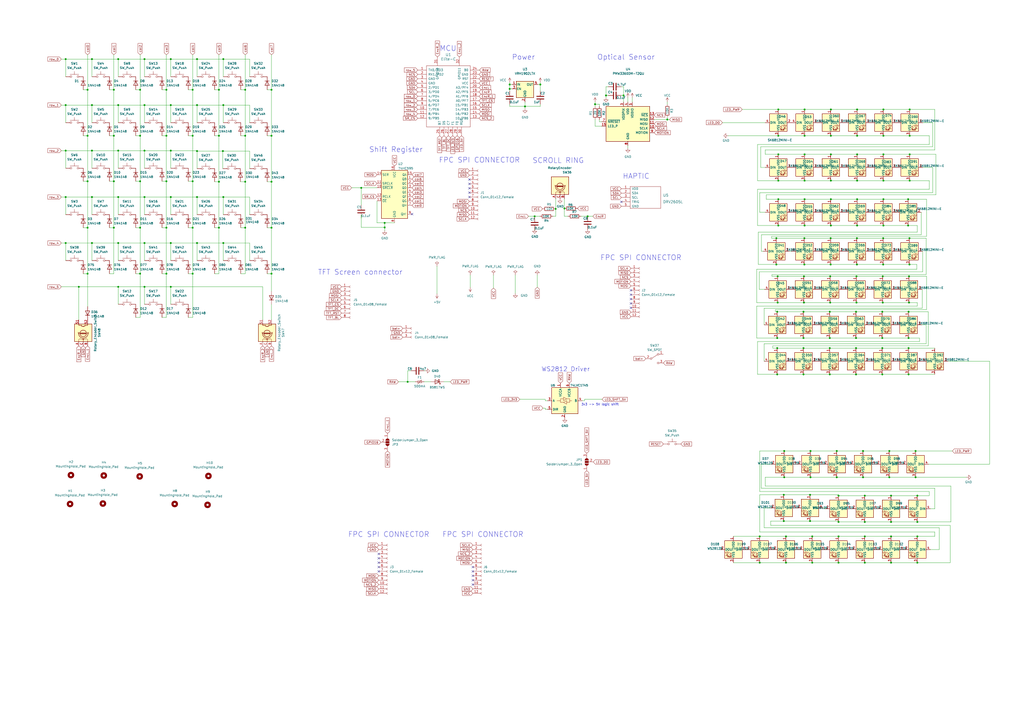
<source format=kicad_sch>
(kicad_sch (version 20230121) (generator eeschema)
  (paper "A2")
  (junction (at 114.3 87.63))
  (junction (at 450.342 153.416))
  (junction (at 322.326 121.158))
  (junction (at 500.634 276.86))
  (junction (at 511.81 196.088))
  (junction (at 111.76 158.75))
  (junction (at 157.48 105.41))
  (junction (at 440.69 326.39))
  (junction (at 497.205 130.81))
  (junction (at 496.824 175.514))
  (junction (at 466.09 196.088))
  (junction (at 512.445 104.775))
  (junction (at 516.89 311.15))
  (junction (at 451.485 130.81))
  (junction (at 129.54 34.29))
  (junction (at 454.66 302.26))
  (junction (at 516.89 326.39))
  (junction (at 454.914 276.86))
  (junction (at 451.104 160.274))
  (junction (at 497.078 138.176))
  (junction (at 527.05 180.848))
  (junction (at 53.34 34.29))
  (junction (at 527.685 63.5))
  (junction (at 111.76 105.156))
  (junction (at 129.54 60.96))
  (junction (at 496.57 196.088))
  (junction (at 53.34 87.376))
  (junction (at 50.8 78.74))
  (junction (at 501.65 326.39))
  (junction (at 450.85 217.17))
  (junction (at 512.445 78.74))
  (junction (at 512.445 89.535))
  (junction (at 512.445 63.5))
  (junction (at 501.65 302.768))
  (junction (at 142.24 52.07))
  (junction (at 96.52 158.75))
  (junction (at 481.584 160.274))
  (junction (at 68.58 34.29))
  (junction (at 485.394 276.86))
  (junction (at 531.114 261.62))
  (junction (at 50.8 132.08))
  (junction (at 157.48 158.75))
  (junction (at 470.154 276.86))
  (junction (at 83.82 140.97))
  (junction (at 466.598 153.416))
  (junction (at 512.318 138.176))
  (junction (at 340.868 125.476))
  (junction (at 527.05 201.93))
  (junction (at 83.82 166.37))
  (junction (at 114.3 114.3))
  (junction (at 481.965 104.775))
  (junction (at 114.3 140.97))
  (junction (at 486.41 326.39))
  (junction (at 295.656 51.562))
  (junction (at 497.078 153.416))
  (junction (at 114.3 60.96))
  (junction (at 496.824 160.274))
  (junction (at 99.06 166.37))
  (junction (at 450.85 196.088))
  (junction (at 455.93 326.39))
  (junction (at 53.34 60.96))
  (junction (at 127 52.07))
  (junction (at 516.89 302.768))
  (junction (at 532.13 302.768))
  (junction (at 157.48 52.07))
  (junction (at 527.685 104.775))
  (junction (at 466.725 63.5))
  (junction (at 486.41 287.528))
  (junction (at 512.318 153.416))
  (junction (at 455.93 311.15))
  (junction (at 485.394 261.62))
  (junction (at 66.04 78.74))
  (junction (at 223.139 129.286))
  (junction (at 527.05 196.088))
  (junction (at 83.82 87.376))
  (junction (at 515.874 276.86))
  (junction (at 38.1 34.29))
  (junction (at 527.558 153.416))
  (junction (at 471.17 326.39))
  (junction (at 454.66 287.02))
  (junction (at 142.24 105.41))
  (junction (at 209.55 108.966))
  (junction (at 450.85 180.848))
  (junction (at 38.1 60.96))
  (junction (at 66.04 105.156))
  (junction (at 81.28 52.07))
  (junction (at 469.9 287.02))
  (junction (at 496.57 180.848))
  (junction (at 512.064 160.274))
  (junction (at 512.064 175.514))
  (junction (at 527.558 138.176))
  (junction (at 501.65 287.528))
  (junction (at 96.52 52.07))
  (junction (at 481.965 63.5))
  (junction (at 127 78.74))
  (junction (at 466.598 138.176))
  (junction (at 111.76 78.74))
  (junction (at 81.28 105.156))
  (junction (at 99.06 60.96))
  (junction (at 497.205 115.57))
  (junction (at 532.13 311.15))
  (junction (at 50.8 52.07))
  (junction (at 481.965 115.57))
  (junction (at 451.485 115.57))
  (junction (at 68.58 140.97))
  (junction (at 466.725 130.81))
  (junction (at 481.33 196.088))
  (junction (at 511.81 201.93))
  (junction (at 99.06 114.3))
  (junction (at 38.1 114.3))
  (junction (at 127 132.08))
  (junction (at 512.445 130.81))
  (junction (at 481.33 217.17))
  (junction (at 96.52 78.74))
  (junction (at 142.24 78.74))
  (junction (at 466.725 104.775))
  (junction (at 481.838 153.416))
  (junction (at 68.58 87.376))
  (junction (at 481.584 175.514))
  (junction (at 83.82 34.29))
  (junction (at 501.65 311.15))
  (junction (at 387.096 69.342))
  (junction (at 496.57 201.93))
  (junction (at 527.685 78.74))
  (junction (at 512.445 115.57))
  (junction (at 466.725 115.57))
  (junction (at 516.89 287.528))
  (junction (at 345.186 60.452))
  (junction (at 157.48 132.08))
  (junction (at 532.13 326.39))
  (junction (at 327.406 120.904))
  (junction (at 450.85 201.93))
  (junction (at 81.28 158.75))
  (junction (at 157.48 78.74))
  (junction (at 96.52 132.08))
  (junction (at 50.8 105.156))
  (junction (at 486.41 302.768))
  (junction (at 45.72 166.37))
  (junction (at 466.725 89.535))
  (junction (at 50.8 158.75))
  (junction (at 481.33 180.848))
  (junction (at 497.205 78.74))
  (junction (at 236.474 221.488))
  (junction (at 481.965 78.74))
  (junction (at 129.54 114.3))
  (junction (at 114.3 34.29))
  (junction (at 66.04 52.07))
  (junction (at 99.06 34.29))
  (junction (at 470.154 261.62))
  (junction (at 38.1 87.376))
  (junction (at 68.58 60.96))
  (junction (at 129.54 140.97))
  (junction (at 527.304 175.514))
  (junction (at 304.546 61.722))
  (junction (at 96.52 105.156))
  (junction (at 511.81 217.17))
  (junction (at 38.1 140.97))
  (junction (at 527.685 89.535))
  (junction (at 81.28 78.74))
  (junction (at 440.69 311.15))
  (junction (at 466.09 201.93))
  (junction (at 66.04 132.08))
  (junction (at 53.34 140.97))
  (junction (at 469.9 302.26))
  (junction (at 68.58 166.37))
  (junction (at 471.17 311.15))
  (junction (at 500.634 261.62))
  (junction (at 99.06 140.97))
  (junction (at 313.436 49.022))
  (junction (at 466.09 217.17))
  (junction (at 451.104 175.514))
  (junction (at 466.09 180.848))
  (junction (at 526.796 115.57))
  (junction (at 451.485 63.5))
  (junction (at 223.139 131.9259))
  (junction (at 526.796 130.81))
  (junction (at 466.725 78.74))
  (junction (at 450.342 138.176))
  (junction (at 481.838 138.176))
  (junction (at 111.76 52.07))
  (junction (at 531.114 276.86))
  (junction (at 532.13 287.528))
  (junction (at 83.82 60.96))
  (junction (at 81.28 132.08))
  (junction (at 351.536 55.372))
  (junction (at 142.24 132.08))
  (junction (at 486.41 311.15))
  (junction (at 83.82 114.3))
  (junction (at 451.485 104.775))
  (junction (at 310.134 125.476))
  (junction (at 497.205 63.5))
  (junction (at 466.344 160.274))
  (junction (at 511.81 180.848))
  (junction (at 527.05 217.17))
  (junction (at 127 105.41))
  (junction (at 111.76 132.08))
  (junction (at 466.344 175.514))
  (junction (at 481.965 89.535))
  (junction (at 515.874 261.62))
  (junction (at 451.485 78.74))
  (junction (at 68.58 114.3))
  (junction (at 454.914 261.62))
  (junction (at 99.06 87.376))
  (junction (at 481.33 201.93))
  (junction (at 497.205 89.535))
  (junction (at 295.656 49.022))
  (junction (at 527.304 160.274))
  (junction (at 53.34 114.3))
  (junction (at 361.696 55.372))
  (junction (at 481.965 130.81))
  (junction (at 129.286 87.63))
  (junction (at 496.57 217.17))
  (junction (at 497.205 104.775))
  (junction (at 451.485 89.535))
  (no_connect (at 366.014 178.562))
  (no_connect (at 272.288 111.76))
  (no_connect (at 366.014 170.942))
  (no_connect (at 272.288 114.3))
  (no_connect (at 219.71 331.47))
  (no_connect (at 274.32 336.55))
  (no_connect (at 219.71 328.93))
  (no_connect (at 272.288 104.14))
  (no_connect (at 366.014 173.482))
  (no_connect (at 274.32 328.93))
  (no_connect (at 239.014 124.206))
  (no_connect (at 360.426 117.094))
  (no_connect (at 274.32 339.09))
  (no_connect (at 219.71 326.39))
  (no_connect (at 366.014 168.402))
  (no_connect (at 272.288 109.22))
  (no_connect (at 272.288 106.68))
  (no_connect (at 219.71 321.31))
  (no_connect (at 274.32 334.01))
  (no_connect (at 366.014 176.022))
  (no_connect (at 274.32 331.47))
  (no_connect (at 219.71 323.85))
  (wire (pts (xy 574.04 209.55) (xy 574.04 269.24)))
  (wire (pts (xy 527.685 104.775) (xy 539.115 104.775)))
  (wire (pts (xy 440.436 157.734) (xy 440.436 167.894)))
  (wire (pts (xy 526.796 115.57) (xy 537.464 115.57)))
  (wire (pts (xy 512.445 63.5) (xy 527.685 63.5)))
  (wire (pts (xy 466.598 138.176) (xy 481.838 138.176)))
  (wire (pts (xy 387.096 69.342) (xy 388.366 69.342)))
  (wire (pts (xy 454.914 261.62) (xy 440.69 261.62)))
  (wire (pts (xy 440.69 287.02) (xy 454.66 287.02)))
  (wire (pts (xy 440.69 285.115) (xy 538.988 285.115)))
  (wire (pts (xy 203.962 108.966) (xy 209.55 108.966)))
  (wire (pts (xy 538.988 287.528) (xy 532.13 287.528)))
  (wire (pts (xy 81.28 158.75) (xy 78.74 158.75)))
  (wire (pts (xy 111.76 52.07) (xy 111.76 78.74)))
  (wire (pts (xy 50.8 78.74) (xy 48.26 78.74)))
  (wire (pts (xy 144.78 140.97) (xy 144.78 151.13)))
  (wire (pts (xy 351.536 55.372) (xy 351.536 50.292)))
  (wire (pts (xy 53.34 114.3) (xy 68.58 114.3)))
  (wire (pts (xy 466.725 78.74) (xy 481.965 78.74)))
  (wire (pts (xy 387.096 69.342) (xy 387.096 68.072)))
  (wire (pts (xy 209.5764 124.5613) (xy 209.55 126.492)))
  (wire (pts (xy 531.876 156.21) (xy 438.912 156.21)))
  (wire (pts (xy 537.464 179.578) (xy 449.834 179.578)))
  (wire (pts (xy 366.776 56.642) (xy 366.776 59.182)))
  (wire (pts (xy 78.74 184.15) (xy 81.28 184.15)))
  (wire (pts (xy 81.28 78.74) (xy 81.28 105.156)))
  (wire (pts (xy 451.104 160.274) (xy 466.344 160.274)))
  (wire (pts (xy 481.838 153.416) (xy 497.078 153.416)))
  (wire (pts (xy 535.305 97.155) (xy 541.02 97.155)))
  (wire (pts (xy 38.1 60.96) (xy 53.34 60.96)))
  (wire (pts (xy 537.464 115.57) (xy 537.464 137.16)))
  (wire (pts (xy 527.304 175.514) (xy 532.13 175.514)))
  (wire (pts (xy 478.79 294.64) (xy 478.79 295.148)))
  (wire (pts (xy 83.82 114.3) (xy 99.06 114.3)))
  (wire (pts (xy 541.02 71.12) (xy 541.02 85.09)))
  (wire (pts (xy 481.965 63.5) (xy 497.205 63.5)))
  (wire (pts (xy 551.18 304.8) (xy 447.04 304.8)))
  (wire (pts (xy 111.76 78.74) (xy 111.76 105.156)))
  (wire (pts (xy 53.34 140.97) (xy 68.58 140.97)))
  (wire (pts (xy 114.3 114.3) (xy 114.3 124.46)))
  (wire (pts (xy 443.23 199.39) (xy 537.21 199.39)))
  (wire (pts (xy 440.69 111.76) (xy 440.69 123.19)))
  (wire (pts (xy 534.924 178.816) (xy 443.23 178.816)))
  (wire (pts (xy 99.06 114.3) (xy 114.3 114.3)))
  (wire (pts (xy 542.29 86.995) (xy 443.865 86.995)))
  (wire (pts (xy 450.85 201.93) (xy 466.09 201.93)))
  (wire (pts (xy 443.865 276.86) (xy 443.865 281.94)))
  (wire (pts (xy 322.326 115.316) (xy 322.326 121.158)))
  (wire (pts (xy 451.485 130.81) (xy 466.725 130.81)))
  (wire (pts (xy 223.139 131.9259) (xy 223.139 133.731)))
  (wire (pts (xy 447.04 304.8) (xy 447.04 302.26)))
  (wire (pts (xy 83.82 60.96) (xy 83.82 71.12)))
  (wire (pts (xy 466.725 115.57) (xy 481.965 115.57)))
  (wire (pts (xy 549.91 209.55) (xy 574.04 209.55)))
  (wire (pts (xy 53.34 124.46) (xy 53.34 114.3)))
  (wire (pts (xy 481.965 130.81) (xy 497.205 130.81)))
  (wire (pts (xy 339.09 232.41) (xy 339.09 231.648)))
  (wire (pts (xy 99.06 87.376) (xy 114.3 87.376)))
  (wire (pts (xy 35.56 34.29) (xy 38.1 34.29)))
  (wire (pts (xy 466.09 196.088) (xy 481.33 196.088)))
  (wire (pts (xy 114.3 87.63) (xy 114.3 97.79)))
  (wire (pts (xy 142.24 78.74) (xy 142.24 105.41)))
  (wire (pts (xy 497.205 63.5) (xy 512.445 63.5)))
  (wire (pts (xy 114.3 34.29) (xy 129.54 34.29)))
  (wire (pts (xy 68.58 34.29) (xy 83.82 34.29)))
  (wire (pts (xy 129.54 60.96) (xy 144.78 60.96)))
  (wire (pts (xy 481.33 196.088) (xy 496.57 196.088)))
  (wire (pts (xy 83.82 87.376) (xy 83.82 97.536)))
  (wire (pts (xy 533.4 198.12) (xy 533.4 196.088)))
  (wire (pts (xy 157.48 78.74) (xy 157.48 105.41)))
  (wire (pts (xy 361.696 50.292) (xy 360.426 50.292)))
  (wire (pts (xy 114.3 87.376) (xy 114.3 87.63)))
  (wire (pts (xy 129.54 140.97) (xy 144.78 140.97)))
  (wire (pts (xy 253.492 154.432) (xy 253.492 170.434)))
  (wire (pts (xy 438.912 196.088) (xy 450.85 196.088)))
  (wire (pts (xy 512.445 104.775) (xy 527.685 104.775)))
  (wire (pts (xy 538.48 200.66) (xy 538.48 180.848)))
  (wire (pts (xy 53.34 87.376) (xy 53.34 97.536)))
  (wire (pts (xy 127 78.74) (xy 124.46 78.74)))
  (wire (pts (xy 527.304 160.274) (xy 537.464 160.274)))
  (wire (pts (xy 516.89 302.768) (xy 501.65 302.768)))
  (wire (pts (xy 272.796 166.624) (xy 272.796 159.512)))
  (wire (pts (xy 337.82 232.41) (xy 339.09 232.41)))
  (wire (pts (xy 439.42 104.775) (xy 451.485 104.775)))
  (wire (pts (xy 38.1 34.29) (xy 53.34 34.29)))
  (wire (pts (xy 447.548 137.16) (xy 447.548 138.176)))
  (wire (pts (xy 209.5764 124.5613) (xy 209.5764 131.9273)))
  (wire (pts (xy 99.06 60.96) (xy 99.06 71.12)))
  (wire (pts (xy 485.394 276.86) (xy 470.154 276.86)))
  (wire (pts (xy 310.134 125.984) (xy 310.134 125.476)))
  (wire (pts (xy 81.28 132.08) (xy 81.28 158.75)))
  (wire (pts (xy 541.02 111.76) (xy 440.69 111.76)))
  (wire (pts (xy 361.696 55.372) (xy 360.426 55.372)))
  (wire (pts (xy 449.834 180.848) (xy 450.85 180.848)))
  (wire (pts (xy 511.81 201.93) (xy 527.05 201.93)))
  (wire (pts (xy 127 78.74) (xy 127 105.41)))
  (wire (pts (xy 364.236 56.642) (xy 364.236 59.182)))
  (wire (pts (xy 316.23 232.41) (xy 317.5 232.41)))
  (wire (pts (xy 298.958 159.512) (xy 298.958 170.18)))
  (wire (pts (xy 114.3 140.97) (xy 129.54 140.97)))
  (wire (pts (xy 83.82 60.96) (xy 99.06 60.96)))
  (wire (pts (xy 339.09 231.648) (xy 349.25 231.648)))
  (wire (pts (xy 471.17 311.15) (xy 486.41 311.15)))
  (wire (pts (xy 50.8 158.75) (xy 50.8 177.8)))
  (wire (pts (xy 142.24 132.08) (xy 139.7 132.08)))
  (wire (pts (xy 223.139 129.286) (xy 223.139 131.9259)))
  (wire (pts (xy 142.24 105.41) (xy 142.24 132.08)))
  (wire (pts (xy 497.205 115.57) (xy 512.445 115.57)))
  (wire (pts (xy 83.82 114.3) (xy 83.82 124.46)))
  (wire (pts (xy 496.57 201.93) (xy 511.81 201.93)))
  (wire (pts (xy 447.04 302.26) (xy 454.66 302.26)))
  (wire (pts (xy 422.402 78.74) (xy 451.485 78.74)))
  (wire (pts (xy 500.634 276.86) (xy 485.394 276.86)))
  (wire (pts (xy 454.66 287.02) (xy 469.9 287.02)))
  (wire (pts (xy 481.584 175.514) (xy 496.824 175.514)))
  (wire (pts (xy 257.429 221.488) (xy 261.239 221.488)))
  (wire (pts (xy 481.838 138.176) (xy 497.078 138.176)))
  (wire (pts (xy 78.74 132.08) (xy 81.28 132.08)))
  (wire (pts (xy 245.999 215.138) (xy 246.634 215.138)))
  (wire (pts (xy 532.13 177.546) (xy 438.912 177.546)))
  (wire (pts (xy 443.23 178.816) (xy 443.23 188.468)))
  (wire (pts (xy 470.154 261.62) (xy 454.914 261.62)))
  (wire (pts (xy 379.476 69.342) (xy 387.096 69.342)))
  (wire (pts (xy 157.48 78.74) (xy 154.94 78.74)))
  (wire (pts (xy 466.344 175.514) (xy 481.584 175.514)))
  (wire (pts (xy 286.258 159.512) (xy 286.258 167.132)))
  (wire (pts (xy 157.48 158.75) (xy 154.94 158.75)))
  (wire (pts (xy 466.09 217.17) (xy 481.33 217.17)))
  (wire (pts (xy 111.76 184.15) (xy 111.76 158.75)))
  (wire (pts (xy 38.1 34.29) (xy 38.1 44.45)))
  (wire (pts (xy 35.56 140.97) (xy 38.1 140.97)))
  (wire (pts (xy 68.58 114.3) (xy 83.82 114.3)))
  (wire (pts (xy 127 78.74) (xy 127 52.07)))
  (wire (pts (xy 454.914 276.86) (xy 443.865 276.86)))
  (wire (pts (xy 443.865 86.995) (xy 443.865 89.535)))
  (wire (pts (xy 511.81 217.17) (xy 527.05 217.17)))
  (wire (pts (xy 96.52 78.74) (xy 93.98 78.74)))
  (wire (pts (xy 311.658 166.624) (xy 311.658 159.512)))
  (wire (pts (xy 541.02 97.155) (xy 541.02 111.76)))
  (wire (pts (xy 419.1 71.12) (xy 443.865 71.12)))
  (wire (pts (xy 485.394 261.62) (xy 470.154 261.62)))
  (wire (pts (xy 144.78 87.63) (xy 144.78 97.79)))
  (wire (pts (xy 451.104 175.514) (xy 466.344 175.514)))
  (wire (pts (xy 532.13 302.768) (xy 516.89 302.768)))
  (wire (pts (xy 501.65 287.528) (xy 486.41 287.528)))
  (wire (pts (xy 236.474 215.138) (xy 238.379 215.138)))
  (wire (pts (xy 66.04 52.07) (xy 66.04 78.74)))
  (wire (pts (xy 450.85 217.17) (xy 466.09 217.17)))
  (wire (pts (xy 512.064 160.274) (xy 527.304 160.274)))
  (wire (pts (xy 497.205 104.775) (xy 512.445 104.775)))
  (wire (pts (xy 531.114 261.62) (xy 515.874 261.62)))
  (wire (pts (xy 531.114 276.86) (xy 515.874 276.86)))
  (wire (pts (xy 53.34 140.97) (xy 53.34 151.13)))
  (wire (pts (xy 512.445 78.74) (xy 527.685 78.74)))
  (wire (pts (xy 347.726 60.452) (xy 345.186 60.452)))
  (wire (pts (xy 481.965 115.57) (xy 497.205 115.57)))
  (wire (pts (xy 534.416 123.19) (xy 534.416 136.144)))
  (wire (pts (xy 361.696 55.372) (xy 361.696 50.292)))
  (wire (pts (xy 534.924 167.894) (xy 534.924 178.816)))
  (wire (pts (xy 496.824 160.274) (xy 512.064 160.274)))
  (wire (pts (xy 481.584 160.274) (xy 496.824 160.274)))
  (wire (pts (xy 218.694 116.586) (xy 218.694 129.286)))
  (wire (pts (xy 236.474 215.138) (xy 236.474 221.488)))
  (wire (pts (xy 441.7188 136.1459) (xy 534.416 136.144)))
  (wire (pts (xy 111.76 158.75) (xy 109.22 158.75)))
  (wire (pts (xy 277.876 40.64) (xy 278.13 40.64)))
  (wire (pts (xy 81.28 31.75) (xy 81.28 52.07)))
  (wire (pts (xy 78.74 105.156) (xy 81.28 105.156)))
  (wire (pts (xy 340.868 125.476) (xy 343.916 125.476)))
  (wire (pts (xy 447.04 294.64) (xy 443.23 294.64)))
  (wire (pts (xy 531.876 153.416) (xy 531.876 156.21)))
  (wire (pts (xy 539.115 104.775) (xy 539.115 109.855)))
  (wire (pts (xy 486.41 287.02) (xy 486.41 287.528)))
  (wire (pts (xy 497.205 89.535) (xy 512.445 89.535)))
  (wire (pts (xy 38.1 114.3) (xy 53.34 114.3)))
  (wire (pts (xy 127 52.07) (xy 124.46 52.07)))
  (wire (pts (xy 542.29 308.61) (xy 440.69 308.61)))
  (wire (pts (xy 516.89 326.39) (xy 532.13 326.39)))
  (wire (pts (xy 526.796 130.81) (xy 532.13 130.81)))
  (wire (pts (xy 129.54 114.3) (xy 144.78 114.3)))
  (wire (pts (xy 447.548 138.176) (xy 450.342 138.176)))
  (wire (pts (xy 114.3 34.29) (xy 114.3 44.45)))
  (wire (pts (xy 66.04 31.75) (xy 66.04 52.07)))
  (wire (pts (xy 527.05 217.17) (xy 542.29 217.17)))
  (wire (pts (xy 535.305 71.12) (xy 541.02 71.12)))
  (wire (pts (xy 50.8 132.08) (xy 50.8 158.75)))
  (wire (pts (xy 449.834 179.578) (xy 449.834 180.848)))
  (wire (pts (xy 144.78 60.96) (xy 144.78 71.12)))
  (wire (pts (xy 527.558 138.176) (xy 537.21 138.176)))
  (wire (pts (xy 511.81 196.088) (xy 527.05 196.088)))
  (wire (pts (xy 481.33 180.848) (xy 496.57 180.848)))
  (wire (pts (xy 439.42 198.12) (xy 533.4 198.12)))
  (wire (pts (xy 228.854 129.286) (xy 223.139 129.286)))
  (wire (pts (xy 129.54 34.29) (xy 144.78 34.29)))
  (wire (pts (xy 295.656 61.722) (xy 304.546 61.722)))
  (wire (pts (xy 440.69 326.39) (xy 455.93 326.39)))
  (wire (pts (xy 527.05 201.93) (xy 542.29 201.93)))
  (wire (pts (xy 497.205 78.74) (xy 512.445 78.74)))
  (wire (pts (xy 451.485 63.5) (xy 466.725 63.5)))
  (wire (pts (xy 109.22 132.08) (xy 111.76 132.08)))
  (wire (pts (xy 430.53 63.5) (xy 451.485 63.5)))
  (wire (pts (xy 68.58 166.37) (xy 83.82 166.37)))
  (wire (pts (xy 441.325 85.09) (xy 441.325 97.155)))
  (wire (pts (xy 512.445 115.57) (xy 526.796 115.57)))
  (wire (pts (xy 129.54 60.96) (xy 129.54 71.12)))
  (wire (pts (xy 500.634 261.62) (xy 485.394 261.62)))
  (wire (pts (xy 316.23 237.49) (xy 316.23 236.728)))
  (wire (pts (xy 439.42 217.17) (xy 439.42 198.12)))
  (wire (pts (xy 512.318 153.416) (xy 527.558 153.416)))
  (wire (pts (xy 83.82 176.53) (xy 83.82 166.37)))
  (wire (pts (xy 157.48 31.75) (xy 157.48 52.07)))
  (wire (pts (xy 66.04 132.08) (xy 66.04 158.75)))
  (wire (pts (xy 99.06 114.3) (xy 99.06 124.46)))
  (wire (pts (xy 313.436 61.722) (xy 304.546 61.722)))
  (wire (pts (xy 142.24 158.75) (xy 139.7 158.75)))
  (wire (pts (xy 53.34 87.376) (xy 68.58 87.376)))
  (wire (pts (xy 361.696 55.372) (xy 361.696 59.182)))
  (wire (pts (xy 450.85 180.848) (xy 466.09 180.848)))
  (wire (pts (xy 469.9 302.26) (xy 486.41 302.26)))
  (wire (pts (xy 438.912 156.21) (xy 438.912 175.514)))
  (wire (pts (xy 477.52 294.64) (xy 478.79 294.64)))
  (wire (pts (xy 48.26 105.156) (xy 50.8 105.156)))
  (wire (pts (xy 444.5 113.03) (xy 444.5 115.57)))
  (wire (pts (xy 441.325 97.155) (xy 443.865 97.155)))
  (wire (pts (xy 439.42 217.17) (xy 450.85 217.17)))
  (wire (pts (xy 124.46 132.08) (xy 127 132.08)))
  (wire (pts (xy 129.286 87.63) (xy 144.78 87.63)))
  (wire (pts (xy 454.66 302.26) (xy 469.9 302.26)))
  (wire (pts (xy 327.406 125.476) (xy 329.438 125.476)))
  (wire (pts (xy 322.326 121.158) (xy 322.326 125.476)))
  (wire (pts (xy 66.04 158.75) (xy 63.5 158.75)))
  (wire (pts (xy 142.24 78.74) (xy 139.7 78.74)))
  (wire (pts (xy 537.21 188.468) (xy 534.67 188.468)))
  (wire (pts (xy 313.436 47.752) (xy 313.436 49.022)))
  (wire (pts (xy 142.24 132.08) (xy 142.24 158.75)))
  (wire (pts (xy 537.21 138.176) (xy 537.21 159.258)))
  (wire (pts (xy 466.725 104.775) (xy 481.965 104.775)))
  (wire (pts (xy 441.7188 136.1459) (xy 441.706 145.796)))
  (wire (pts (xy 38.1 140.97) (xy 53.34 140.97)))
  (wire (pts (xy 351.536 56.642) (xy 351.536 55.372)))
  (wire (pts (xy 544.83 306.07) (xy 544.83 318.77)))
  (wire (pts (xy 99.06 166.37) (xy 99.06 176.53)))
  (wire (pts (xy 527.685 78.74) (xy 539.115 78.74)))
  (wire (pts (xy 439.928 153.416) (xy 450.342 153.416)))
  (wire (pts (xy 501.65 311.15) (xy 516.89 311.15)))
  (wire (pts (xy 345.186 59.182) (xy 345.186 60.452)))
  (wire (pts (xy 501.65 326.39) (xy 516.89 326.39)))
  (wire (pts (xy 38.1 151.13) (xy 38.1 140.97)))
  (wire (pts (xy 96.52 105.156) (xy 93.98 105.156)))
  (wire (pts (xy 466.725 63.5) (xy 481.965 63.5)))
  (wire (pts (xy 466.598 153.416) (xy 481.838 153.416)))
  (wire (pts (xy 512.445 89.535) (xy 527.685 89.535)))
  (wire (pts (xy 68.58 87.376) (xy 68.58 97.536)))
  (wire (pts (xy 83.82 34.29) (xy 99.06 34.29)))
  (wire (pts (xy 129.286 87.63) (xy 129.286 97.79)))
  (wire (pts (xy 466.725 130.81) (xy 481.965 130.81)))
  (wire (pts (xy 295.656 51.562) (xy 295.656 49.022)))
  (wire (pts (xy 304.546 61.722) (xy 304.546 62.992)))
  (wire (pts (xy 114.3 60.96) (xy 114.3 71.12)))
  (wire (pts (xy 81.28 105.156) (xy 81.28 132.08)))
  (wire (pts (xy 542.29 283.21) (xy 542.29 295.148)))
  (wire (pts (xy 532.13 287.528) (xy 516.89 287.528)))
  (wire (pts (xy 439.928 134.62) (xy 439.928 153.416)))
  (wire (pts (xy 109.22 52.07) (xy 111.76 52.07)))
  (wire (pts (xy 66.04 78.74) (xy 63.5 78.74)))
  (wire (pts (xy 81.28 184.15) (xy 81.28 158.75)))
  (wire (pts (xy 551.6181 302.768) (xy 551.6181 281.94)))
  (wire (pts (xy 539.115 78.74) (xy 539.115 83.82)))
  (wire (pts (xy 466.09 201.93) (xy 481.33 201.93)))
  (wire (pts (xy 486.41 326.39) (xy 501.65 326.39)))
  (wire (pts (xy 470.154 276.86) (xy 454.914 276.86)))
  (wire (pts (xy 114.3 87.63) (xy 129.286 87.63)))
  (wire (pts (xy 157.48 132.08) (xy 154.94 132.08)))
  (wire (pts (xy 469.9 287.02) (xy 486.41 287.02)))
  (wire (pts (xy 541.02 85.09) (xy 441.325 85.09)))
  (wire (pts (xy 519.176 123.19) (xy 520.065 123.19)))
  (wire (pts (xy 425.45 311.15) (xy 440.69 311.15)))
  (wire (pts (xy 387.096 59.182) (xy 387.096 60.452)))
  (wire (pts (xy 544.83 318.77) (xy 539.75 318.77)))
  (wire (pts (xy 83.82 87.376) (xy 99.06 87.376)))
  (wire (pts (xy 66.04 78.74) (xy 66.04 105.156)))
  (wire (pts (xy 447.802 160.274) (xy 451.104 160.274)))
  (wire (pts (xy 114.3 114.3) (xy 129.54 114.3)))
  (wire (pts (xy 127 105.41) (xy 124.46 105.41)))
  (wire (pts (xy 142.24 52.07) (xy 142.24 78.74)))
  (wire (pts (xy 537.21 199.39) (xy 537.21 188.468)))
  (wire (pts (xy 50.8 78.74) (xy 50.8 52.07)))
  (wire (pts (xy 157.48 105.41) (xy 154.94 105.41)))
  (wire (pts (xy 99.06 34.29) (xy 99.06 44.45)))
  (wire (pts (xy 114.3 60.96) (xy 129.54 60.96)))
  (wire (pts (xy 448.31 201.93) (xy 448.31 200.66)))
  (wire (pts (xy 127 132.08) (xy 127 158.75)))
  (wire (pts (xy 96.52 52.07) (xy 93.98 52.07)))
  (wire (pts (xy 542.925 113.03) (xy 444.5 113.03)))
  (wire (pts (xy 481.33 201.93) (xy 496.57 201.93)))
  (wire (pts (xy 538.48 180.848) (xy 527.05 180.848)))
  (wire (pts (xy 316.23 232.41) (xy 316.23 231.648)))
  (wire (pts (xy 96.52 78.74) (xy 96.52 105.156)))
  (wire (pts (xy 542.29 311.15) (xy 542.29 308.61)))
  (wire (pts (xy 347.726 61.722) (xy 347.726 60.452)))
  (wire (pts (xy 448.31 201.93) (xy 450.85 201.93)))
  (wire (pts (xy 466.09 180.848) (xy 481.33 180.848)))
  (wire (pts (xy 497.205 130.81) (xy 512.445 130.81)))
  (wire (pts (xy 538.988 285.115) (xy 538.988 287.528)))
  (wire (pts (xy 535.178 157.734) (xy 440.436 157.734)))
  (wire (pts (xy 66.04 105.156) (xy 66.04 132.08)))
  (wire (pts (xy 486.41 311.15) (xy 501.65 311.15)))
  (wire (pts (xy 99.06 60.96) (xy 114.3 60.96)))
  (wire (pts (xy 81.28 52.07) (xy 78.74 52.07)))
  (wire (pts (xy 38.1 114.3) (xy 38.1 124.46)))
  (wire (pts (xy 542.29 295.148) (xy 539.75 295.148)))
  (wire (pts (xy 532.13 130.81) (xy 532.13 134.62)))
  (wire (pts (xy 511.81 180.848) (xy 527.05 180.848)))
  (wire (pts (xy 515.874 261.62) (xy 500.634 261.62)))
  (wire (pts (xy 45.72 166.37) (xy 45.72 185.42)))
  (wire (pts (xy 38.1 71.12) (xy 38.1 60.96)))
  (wire (pts (xy 348.996 70.612) (xy 347.726 70.612)))
  (wire (pts (xy 481.965 78.74) (xy 497.205 78.74)))
  (wire (pts (xy 48.26 132.08) (xy 50.8 132.08)))
  (wire (pts (xy 68.58 140.97) (xy 68.58 151.13)))
  (wire (pts (xy 481.965 104.775) (xy 497.205 104.775)))
  (wire (pts (xy 93.98 132.08) (xy 96.52 132.08)))
  (wire (pts (xy 295.656 49.022) (xy 296.926 49.022)))
  (wire (pts (xy 127 31.75) (xy 127 52.07)))
  (wire (pts (xy 352.806 50.292) (xy 351.536 50.292)))
  (wire (pts (xy 451.485 115.57) (xy 466.725 115.57)))
  (wire (pts (xy 532.13 326.39) (xy 551.18 326.39)))
  (wire (pts (xy 527.685 89.535) (xy 542.925 89.535)))
  (wire (pts (xy 152.4 166.37) (xy 152.4 185.42)))
  (wire (pts (xy 144.78 114.3) (xy 144.78 124.46)))
  (wire (pts (xy 66.04 105.156) (xy 63.5 105.156)))
  (wire (pts (xy 157.48 52.07) (xy 157.48 78.74)))
  (wire (pts (xy 129.54 34.29) (xy 129.54 44.45)))
  (wire (pts (xy 537.21 159.258) (xy 447.802 159.258)))
  (wire (pts (xy 440.69 308.61) (xy 440.69 287.02)))
  (wire (pts (xy 552.45 261.62) (xy 531.114 261.62)))
  (wire (pts (xy 496.57 180.848) (xy 511.81 180.848)))
  (wire (pts (xy 532.13 302.768) (xy 551.6181 302.768)))
  (wire (pts (xy 83.82 166.37) (xy 99.06 166.37)))
  (wire (pts (xy 111.76 132.08) (xy 111.76 158.75)))
  (wire (pts (xy 327.406 115.316) (xy 327.406 120.904)))
  (wire (pts (xy 111.76 31.75) (xy 111.76 52.07)))
  (wire (pts (xy 96.52 105.156) (xy 96.52 132.08)))
  (wire (pts (xy 438.912 175.514) (xy 451.104 175.514)))
  (wire (pts (xy 231.14 221.488) (xy 236.474 221.488)))
  (wire (pts (xy 154.94 52.07) (xy 157.48 52.07)))
  (wire (pts (xy 68.58 114.3) (xy 68.58 124.46)))
  (wire (pts (xy 327.406 120.904) (xy 327.406 125.476)))
  (wire (pts (xy 542.925 89.535) (xy 542.925 113.03)))
  (wire (pts (xy 218.694 129.286) (xy 223.139 129.286)))
  (wire (pts (xy 209.55 118.872) (xy 209.55 108.966)))
  (wire (pts (xy 68.58 60.96) (xy 83.82 60.96)))
  (wire (pts (xy 99.06 87.376) (xy 99.06 97.536)))
  (wire (pts (xy 68.58 60.96) (xy 68.58 71.12)))
  (wire (pts (xy 466.725 89.535) (xy 481.965 89.535)))
  (wire (pts (xy 516.89 311.15) (xy 532.13 311.15)))
  (wire (pts (xy 443.865 89.535) (xy 451.485 89.535)))
  (wire (pts (xy 481.33 217.17) (xy 496.57 217.17)))
  (wire (pts (xy 441.579 283.21) (xy 542.29 283.21)))
  (wire (pts (xy 50.8 158.75) (xy 48.26 158.75)))
  (wire (pts (xy 127 158.75) (xy 124.46 158.75)))
  (wire (pts (xy 316.23 237.49) (xy 317.5 237.49)))
  (wire (pts (xy 99.06 34.29) (xy 114.3 34.29)))
  (wire (pts (xy 439.42 83.82) (xy 439.42 104.775)))
  (wire (pts (xy 139.7 52.07) (xy 142.24 52.07)))
  (wire (pts (xy 50.8 31.75) (xy 50.8 52.07)))
  (wire (pts (xy 532.13 134.62) (xy 439.928 134.62)))
  (wire (pts (xy 96.52 31.75) (xy 96.52 52.07)))
  (wire (pts (xy 96.52 158.75) (xy 93.98 158.75)))
  (wire (pts (xy 99.06 140.97) (xy 99.06 151.13)))
  (wire (pts (xy 320.802 125.476) (xy 322.326 125.476)))
  (wire (pts (xy 313.436 49.022) (xy 313.436 52.832)))
  (wire (pts (xy 440.69 123.19) (xy 443.865 123.19)))
  (wire (pts (xy 481.965 89.535) (xy 497.205 89.535)))
  (wire (pts (xy 450.85 196.088) (xy 466.09 196.088)))
  (wire (pts (xy 337.058 125.476) (xy 340.868 125.476)))
  (wire (pts (xy 466.344 160.274) (xy 481.584 160.274)))
  (wire (pts (xy 35.56 60.96) (xy 38.1 60.96)))
  (wire (pts (xy 542.29 63.5) (xy 542.29 86.995)))
  (wire (pts (xy 537.464 137.16) (xy 447.548 137.16)))
  (wire (pts (xy 316.23 231.648) (xy 301.498 231.648)))
  (wire (pts (xy 96.52 184.15) (xy 96.52 158.75)))
  (wire (pts (xy 209.55 108.966) (xy 218.694 108.966)))
  (wire (pts (xy 527.685 63.5) (xy 542.29 63.5)))
  (wire (pts (xy 38.1 87.376) (xy 53.34 87.376)))
  (wire (pts (xy 83.82 140.97) (xy 83.82 151.13)))
  (wire (pts (xy 111.76 78.74) (xy 109.22 78.74)))
  (wire (pts (xy 439.42 130.81) (xy 451.485 130.81)))
  (wire (pts (xy 496.57 217.17) (xy 511.81 217.17)))
  (wire (pts (xy 496.824 175.514) (xy 512.064 175.514)))
  (wire (pts (xy 81.28 78.74) (xy 78.74 78.74)))
  (wire (pts (xy 471.17 326.39) (xy 486.41 326.39)))
  (wire (pts (xy 313.436 60.452) (xy 313.436 61.722)))
  (wire (pts (xy 486.41 302.26) (xy 486.41 302.768)))
  (wire (pts (xy 129.54 140.97) (xy 129.54 151.13)))
  (wire (pts (xy 93.98 184.15) (xy 96.52 184.15)))
  (wire (pts (xy 450.342 153.416) (xy 466.598 153.416)))
  (wire (pts (xy 96.52 78.74) (xy 96.52 52.07)))
  (wire (pts (xy 111.76 105.156) (xy 109.22 105.156)))
  (wire (pts (xy 68.58 140.97) (xy 83.82 140.97)))
  (wire (pts (xy 245.999 221.488) (xy 249.809 221.488)))
  (wire (pts (xy 38.1 87.376) (xy 38.1 97.536)))
  (wire (pts (xy 45.72 166.37) (xy 68.58 166.37)))
  (wire (pts (xy 295.656 52.832) (xy 295.656 51.562)))
  (wire (pts (xy 144.78 34.29) (xy 144.78 44.45)))
  (wire (pts (xy 312.166 49.022) (xy 313.436 49.022)))
  (wire (pts (xy 443.23 306.07) (xy 544.83 306.07)))
  (wire (pts (xy 50.8 78.74) (xy 50.8 105.156)))
  (wire (pts (xy 53.34 34.29) (xy 68.58 34.29)))
  (wire (pts (xy 512.445 130.81) (xy 526.796 130.81)))
  (wire (pts (xy 535.178 145.796) (xy 535.178 157.734)))
  (wire (pts (xy 111.76 105.156) (xy 111.76 132.08)))
  (wire (pts (xy 68.58 166.37) (xy 68.58 176.53)))
  (wire (pts (xy 515.874 276.86) (xy 500.634 276.86)))
  (wire (pts (xy 450.342 138.176) (xy 466.598 138.176)))
  (wire (pts (xy 441.579 269.24) (xy 441.579 283.21)))
  (wire (pts (xy 447.802 159.258) (xy 447.802 160.274)))
  (wire (pts (xy 501.65 302.768) (xy 486.41 302.768)))
  (wire (pts (xy 96.52 132.08) (xy 96.52 158.75)))
  (wire (pts (xy 560.578 276.86) (xy 531.114 276.86)))
  (wire (pts (xy 539.115 109.855) (xy 439.42 109.855)))
  (wire (pts (xy 157.48 185.42) (xy 157.48 176.53)))
  (wire (pts (xy 53.34 60.96) (xy 68.58 60.96)))
  (wire (pts (xy 443.865 281.94) (xy 551.6181 281.94)))
  (wire (pts (xy 532.13 175.514) (xy 532.13 177.546)))
  (wire (pts (xy 443.23 209.55) (xy 443.23 199.39)))
  (wire (pts (xy 447.294 269.24) (xy 441.579 269.24)))
  (wire (pts (xy 63.5 52.07) (xy 66.04 52.07)))
  (wire (pts (xy 345.186 73.152) (xy 345.186 69.342)))
  (wire (pts (xy 53.34 34.29) (xy 53.34 44.45)))
  (wire (pts (xy 83.82 34.29) (xy 83.82 44.45)))
  (wire (pts (xy 451.485 104.775) (xy 466.725 104.775)))
  (wire (pts (xy 345.186 60.452) (xy 345.186 61.722)))
  (wire (pts (xy 35.56 87.376) (xy 38.1 87.376)))
  (wire (pts (xy 142.24 31.75) (xy 142.24 52.07)))
  (wire (pts (xy 68.58 34.29) (xy 68.58 44.45)))
  (wire (pts (xy 347.726 70.612) (xy 347.726 69.342)))
  (wire (pts (xy 425.45 326.39) (xy 440.69 326.39)))
  (wire (pts (xy 310.134 133.604) (xy 310.134 132.842)))
  (wire (pts (xy 81.28 78.74) (xy 81.28 52.07)))
  (wire (pts (xy 310.134 125.476) (xy 313.182 125.476)))
  (wire (pts (xy 68.58 87.376) (xy 83.82 87.376)))
  (wire (pts (xy 438.912 177.546) (xy 438.912 196.088)))
  (wire (pts (xy 35.56 166.37) (xy 45.72 166.37)))
  (wire (pts (xy 537.464 160.274) (xy 537.464 179.578)))
  (wire (pts (xy 306.578 125.476) (xy 310.134 125.476)))
  (wire (pts (xy 50.8 105.156) (xy 50.8 132.08)))
  (wire (pts (xy 129.54 114.3) (xy 129.54 124.46)))
  (wire (pts (xy 53.34 60.96) (xy 53.34 71.12)))
  (wire (pts (xy 455.93 311.15) (xy 471.17 311.15)))
  (wire (pts (xy 497.078 153.416) (xy 512.318 153.416)))
  (wire (pts (xy 440.69 261.62) (xy 440.69 285.115)))
  (wire (pts (xy 451.485 89.535) (xy 466.725 89.535)))
  (wire (pts (xy 440.436 167.894) (xy 443.484 167.894)))
  (wire (pts (xy 539.115 83.82) (xy 439.42 83.82)))
  (wire (pts (xy 114.3 140.97) (xy 114.3 151.13)))
  (wire (pts (xy 364.236 85.852) (xy 364.236 84.582)))
  (wire (pts (xy 527.558 153.416) (xy 531.876 153.416)))
  (wire (pts (xy 443.23 294.64) (xy 443.23 306.07)))
  (wire (pts (xy 63.5 132.08) (xy 66.04 132.08)))
  (wire (pts (xy 496.57 196.088) (xy 511.81 196.088)))
  (wire (pts (xy 142.24 105.41) (xy 139.446 105.41)))
  (wire (pts (xy 457.962 145.796) (xy 458.978 145.796)))
  (wire (pts (xy 439.42 109.855) (xy 439.42 130.81)))
  (wire (pts (xy 316.23 236.728) (xy 314.96 236.728)))
  (wire (pts (xy 448.31 200.66) (xy 538.48 200.66)))
  (wire (pts (xy 551.18 326.39) (xy 551.18 304.8)))
  (wire (pts (xy 127 105.41) (xy 127 132.08)))
  (wire (pts (xy 345.186 73.152) (xy 348.996 73.152)))
  (wire (pts (xy 157.48 158.75) (xy 157.48 168.91)))
  (wire (pts (xy 209.5764 131.9273) (xy 223.139 131.9259)))
  (wire (pts (xy 83.82 140.97) (xy 99.06 140.97)))
  (wire (pts (xy 512.064 175.514) (xy 527.304 175.514)))
  (wire (pts (xy 236.474 221.488) (xy 240.919 221.488)))
  (wire (pts (xy 516.89 287.528) (xy 501.65 287.528)))
  (wire (pts (xy 35.56 114.3) (xy 38.1 114.3)))
  (wire (pts (xy 532.13 311.15) (xy 542.29 311.15)))
  (wire (pts (xy 152.4 166.37) (xy 99.06 166.37)))
  (wire (pts (xy 99.06 140.97) (xy 114.3 140.97)))
  (wire (pts (xy 440.69 311.15) (xy 455.93 311.15)))
  (wire (pts (xy 304.546 59.182) (xy 304.546 61.722)))
  (wire (pts (xy 533.4 196.088) (xy 527.05 196.088)))
  (wire (pts (xy 451.485 78.74) (xy 466.725 78.74)))
  (wire (pts (xy 455.93 326.39) (xy 471.17 326.39)))
  (wire (pts (xy 157.48 105.41) (xy 157.48 132.08)))
  (wire (pts (xy 444.5 115.57) (xy 451.485 115.57)))
  (wire (pts (xy 295.656 60.452) (xy 295.656 61.722)))
  (wire (pts (xy 574.04 269.24) (xy 538.734 269.24)))
  (wire (pts (xy 295.656 47.752) (xy 295.656 49.022)))
  (wire (pts (xy 512.318 138.176) (xy 527.558 138.176)))
  (wire (pts (xy 157.48 132.08) (xy 157.48 158.75)))
  (wire (pts (xy 296.926 51.562) (xy 295.656 51.562)))
  (wire (pts (xy 497.078 138.176) (xy 512.318 138.176)))
  (wire (pts (xy 109.22 184.15) (xy 111.76 184.15)))
  (wire (pts (xy 352.806 55.372) (xy 351.536 55.372)))
  (wire (pts (xy 441.706 145.796) (xy 442.722 145.796)))
  (wire (pts (xy 50.8 52.07) (xy 48.26 52.07)))
  (text "WS2812 Driver" (at 314.071 215.773 0) (effects (font (size 2.54 2.54)) (justify left bottom)))
  (text "MCU" (at 255.016 29.972 0) (effects (font (size 2.9972 2.9972)) (justify left bottom)))
  (text "Power" (at 296.926 35.052 0) (effects (font (size 2.9972 2.9972)) (justify left bottom)))
  (text "HAPTIC" (at 361.188 104.14 0) (effects (font (size 2.9972 2.9972)) (justify left bottom)))
  (text "FPC SPI CONNECTOR\n" (at 348.234 151.384 0) (effects (font (size 2.9972 2.9972)) (justify left bottom)))
  (text "Shift Register\n" (at 214.122 88.646 0) (effects (font (size 2.9972 2.9972)) (justify left bottom)))
  (text "FPC SPI CONNECTOR\n" (at 201.93 311.912 0) (effects (font (size 2.9972 2.9972)) (justify left bottom)))
  (text "Optical Sensor" (at 346.456 35.052 0) (effects (font (size 2.9972 2.9972)) (justify left bottom)))
  (text "FPC SPI CONNECTOR\n" (at 254.508 94.742 0) (effects (font (size 2.9972 2.9972)) (justify left bottom)))
  (text "3v3 -> 5V logic shift" (at 337.185 235.458 0) (effects (font (size 1.27 1.27)) (justify left bottom)))
  (text "TFT Screen connector" (at 184.404 159.766 0) (effects (font (size 2.9972 2.9972)) (justify left bottom)))
  (text "SCROLL RING" (at 308.864 94.996 0) (effects (font (size 2.9972 2.9972)) (justify left bottom)))
  (text "FPC SPI CONNECTOR\n" (at 256.54 311.912 0) (effects (font (size 2.9972 2.9972)) (justify left bottom)))
  (global_label "MOSI" (shape input) (at 198.12 171.45 180) (property "Intersheetrefs" "${INTERSHEET_REFS}" (effects hide)))
  (global_label "TFT_RST" (shape input) (at 255.016 78.74 270) (property "Intersheetrefs" "${INTERSHEET_REFS}" (effects hide)))
  (global_label "GND" (shape input) (at 219.71 318.77 180) (property "Intersheetrefs" "${INTERSHEET_REFS}" (effects hide)))
  (global_label "LED_DO" (shape input) (at 419.1 71.12 180) (property "Intersheetrefs" "${INTERSHEET_REFS}" (effects hide)))
  (global_label "row_1" (shape input) (at 242.316 58.42 180) (property "Intersheetrefs" "${INTERSHEET_REFS}" (effects hide)))
  (global_label "VCC" (shape input) (at 325.12 222.25 90) (property "Intersheetrefs" "${INTERSHEET_REFS}" (effects hide)))
  (global_label "EncR_2" (shape input) (at 253.746 33.02 90) (property "Intersheetrefs" "${INTERSHEET_REFS}" (effects hide)))
  (global_label "NCS" (shape input) (at 242.316 43.18 180) (property "Intersheetrefs" "${INTERSHEET_REFS}" (effects hide)))
  (global_label "NCS" (shape input) (at 379.476 66.802 0) (property "Intersheetrefs" "${INTERSHEET_REFS}" (effects hide)))
  (global_label "NCS" (shape input) (at 366.014 160.782 180) (property "Intersheetrefs" "${INTERSHEET_REFS}" (effects hide)))
  (global_label "TFT_CS" (shape input) (at 198.12 176.53 180) (property "Intersheetrefs" "${INTERSHEET_REFS}" (effects hide)))
  (global_label "MISO" (shape input) (at 388.366 69.342 0) (property "Intersheetrefs" "${INTERSHEET_REFS}" (effects hide)))
  (global_label "LED_DO" (shape input) (at 344.17 267.97 0) (property "Intersheetrefs" "${INTERSHEET_REFS}" (effects hide)))
  (global_label "NCS_2" (shape input) (at 219.71 339.09 180) (property "Intersheetrefs" "${INTERSHEET_REFS}" (effects hide)))
  (global_label "col1" (shape input) (at 66.04 31.75 90) (property "Intersheetrefs" "${INTERSHEET_REFS}" (effects hide)))
  (global_label "GND" (shape input) (at 242.316 45.72 180) (property "Intersheetrefs" "${INTERSHEET_REFS}" (effects hide)))
  (global_label "VCC" (shape input) (at 198.12 166.37 180) (property "Intersheetrefs" "${INTERSHEET_REFS}" (effects hide)))
  (global_label "MOTION" (shape input) (at 379.476 76.962 0) (property "Intersheetrefs" "${INTERSHEET_REFS}" (effects hide)))
  (global_label "col5" (shape input) (at 239.014 106.426 0) (property "Intersheetrefs" "${INTERSHEET_REFS}" (effects hide)))
  (global_label "VCC" (shape input) (at 314.706 121.158 180) (property "Intersheetrefs" "${INTERSHEET_REFS}" (effects hide)))
  (global_label "NCS_2" (shape input) (at 274.32 321.31 180) (property "Intersheetrefs" "${INTERSHEET_REFS}" (effects hide)))
  (global_label "LED_PWR" (shape input) (at 552.45 261.62 0) (property "Intersheetrefs" "${INTERSHEET_REFS}" (effects hide)))
  (global_label "col2" (shape input) (at 239.014 114.046 0) (property "Intersheetrefs" "${INTERSHEET_REFS}" (effects hide)))
  (global_label "EncR_1" (shape input) (at 277.876 55.88 0) (property "Intersheetrefs" "${INTERSHEET_REFS}" (effects hide)))
  (global_label "row_3" (shape input) (at 242.316 63.5 180) (property "Intersheetrefs" "${INTERSHEET_REFS}" (effects hide)))
  (global_label "RESET" (shape input) (at 384.81 257.556 180) (property "Intersheetrefs" "${INTERSHEET_REFS}" (effects hide)))
  (global_label "SCL" (shape input) (at 360.426 114.554 180) (property "Intersheetrefs" "${INTERSHEET_REFS}" (effects hide)))
  (global_label "row_0" (shape input) (at 35.56 34.29 180) (property "Intersheetrefs" "${INTERSHEET_REFS}" (effects hide)))
  (global_label "EncL_2" (shape input) (at 157.48 200.66 270) (property "Intersheetrefs" "${INTERSHEET_REFS}" (effects hide)))
  (global_label "SCLK" (shape input) (at 219.71 344.17 180) (property "Intersheetrefs" "${INTERSHEET_REFS}" (effects hide)))
  (global_label "VCC" (shape input) (at 219.71 316.23 180) (property "Intersheetrefs" "${INTERSHEET_REFS}" (effects hide)))
  (global_label "RAW" (shape input) (at 384.81 210.566 0) (property "Intersheetrefs" "${INTERSHEET_REFS}" (effects hide)))
  (global_label "VCC" (shape input) (at 335.026 120.904 0) (property "Intersheetrefs" "${INTERSHEET_REFS}" (effects hide)))
  (global_label "row_4" (shape input) (at 242.316 66.04 180) (property "Intersheetrefs" "${INTERSHEET_REFS}" (effects hide)))
  (global_label "row_1" (shape input) (at 35.56 60.96 180) (property "Intersheetrefs" "${INTERSHEET_REFS}" (effects hide)))
  (global_label "EncL_2" (shape input) (at 266.446 33.02 90) (property "Intersheetrefs" "${INTERSHEET_REFS}" (effects hide)))
  (global_label "row_3" (shape input) (at 35.56 114.3 180) (property "Intersheetrefs" "${INTERSHEET_REFS}" (effects hide)))
  (global_label "col1" (shape input) (at 239.014 116.586 0) (property "Intersheetrefs" "${INTERSHEET_REFS}" (effects hide)))
  (global_label "bat+" (shape input) (at 374.65 208.026 180) (property "Intersheetrefs" "${INTERSHEET_REFS}" (effects hide)))
  (global_label "EncR" (shape input) (at 343.916 125.476 0) (property "Intersheetrefs" "${INTERSHEET_REFS}" (effects hide)))
  (global_label "VCC" (shape input) (at 274.32 344.17 180) (property "Intersheetrefs" "${INTERSHEET_REFS}" (effects hide)))
  (global_label "MOTION" (shape input) (at 272.288 119.38 180) (property "Intersheetrefs" "${INTERSHEET_REFS}" (effects hide)))
  (global_label "SDA" (shape input) (at 242.316 50.8 180) (property "Intersheetrefs" "${INTERSHEET_REFS}" (effects hide)))
  (global_label "col0" (shape input) (at 50.8 31.75 90) (property "Intersheetrefs" "${INTERSHEET_REFS}" (effects hide)))
  (global_label "RAW" (shape input) (at 231.14 221.488 180) (property "Intersheetrefs" "${INTERSHEET_REFS}" (effects hide)))
  (global_label "GND" (shape input) (at 366.014 181.102 180) (property "Intersheetrefs" "${INTERSHEET_REFS}" (effects hide)))
  (global_label "MISO" (shape input) (at 274.32 318.77 180) (property "Intersheetrefs" "${INTERSHEET_REFS}" (effects hide)))
  (global_label "MOSI" (shape input) (at 272.288 116.84 180) (property "Intersheetrefs" "${INTERSHEET_REFS}" (effects hide)))
  (global_label "RAW" (shape input) (at 278.13 40.64 0) (property "Intersheetrefs" "${INTERSHEET_REFS}" (effects hide)))
  (global_label "MOSI" (shape input) (at 379.476 71.882 0) (property "Intersheetrefs" "${INTERSHEET_REFS}" (effects hide)))
  (global_label "TFT_CS" (shape input) (at 277.876 58.42 0) (property "Intersheetrefs" "${INTERSHEET_REFS}" (effects hide)))
  (global_label "SCLK" (shape input) (at 218.694 106.426 180) (property "Intersheetrefs" "${INTERSHEET_REFS}" (effects hide)))
  (global_label "RESET" (shape input) (at 277.876 45.72 0) (property "Intersheetrefs" "${INTERSHEET_REFS}" (effects hide)))
  (global_label "MOTION" (shape input) (at 224.79 261.62 270) (property "Intersheetrefs" "${INTERSHEET_REFS}" (effects hide)))
  (global_label "GND" (shape input) (at 311.658 166.624 270) (property "Intersheetrefs" "${INTERSHEET_REFS}" (effects hide)))
  (global_label "GND" (shape input) (at 233.68 193.04 180) (property "Intersheetrefs" "${INTERSHEET_REFS}" (effects hide)))
  (global_label "VCC" (shape input) (at 360.426 109.474 180) (property "Intersheetrefs" "${INTERSHEET_REFS}" (effects hide)))
  (global_label "LED_3V3" (shape input) (at 262.636 78.74 270) (property "Intersheetrefs" "${INTERSHEET_REFS}" (effects hide)))
  (global_label "MOTION" (shape input) (at 366.014 163.322 180) (property "Intersheetrefs" "${INTERSHEET_REFS}" (effects hide)))
  (global_label "TFT_RST" (shape input) (at 198.12 181.61 180) (property "Intersheetrefs" "${INTERSHEET_REFS}" (effects hide)))
  (global_label "MISO" (shape input) (at 366.014 158.242 180) (property "Intersheetrefs" "${INTERSHEET_REFS}" (effects hide)))
  (global_label "SCLK" (shape input) (at 272.288 127 180) (property "Intersheetrefs" "${INTERSHEET_REFS}" (effects hide)))
  (global_label "col6" (shape input) (at 239.014 103.886 0) (property "Intersheetrefs" "${INTERSHEET_REFS}" (effects hide)))
  (global_label "MOSI" (shape input) (at 219.71 334.01 180) (property "Intersheetrefs" "${INTERSHEET_REFS}" (effects hide)))
  (global_label "SDA" (shape input) (at 360.426 112.014 180) (property "Intersheetrefs" "${INTERSHEET_REFS}" (effects hide)))
  (global_label "RAW" (shape input) (at 330.2 222.25 90) (property "Intersheetrefs" "${INTERSHEET_REFS}" (effects hide)))
  (global_label "row_5" (shape input) (at 35.56 166.37 180) (property "Intersheetrefs" "${INTERSHEET_REFS}" (effects hide)))
  (global_label "col4" (shape input) (at 111.76 31.75 90) (property "Intersheetrefs" "${INTERSHEET_REFS}" (effects hide)))
  (global_label "GND" (shape input) (at 272.288 101.6 180) (property "Intersheetrefs" "${INTERSHEET_REFS}" (effects hide)))
  (global_label "LED_SHFT_5V" (shape input) (at 340.36 262.89 90) (property "Intersheetrefs" "${INTERSHEET_REFS}" (effects hide)))
  (global_label "TFT_DC" (shape input) (at 260.096 78.74 270) (property "Intersheetrefs" "${INTERSHEET_REFS}" (effects hide)))
  (global_label "LED_PWR" (shape input) (at 261.239 221.488 0) (property "Intersheetrefs" "${INTERSHEET_REFS}" (effects hide)))
  (global_label "TFT_BL" (shape input) (at 198.12 184.15 180) (property "Intersheetrefs" "${INTERSHEET_REFS}" (effects hide)))
  (global_label "col7" (shape input) (at 157.48 31.75 90) (property "Intersheetrefs" "${INTERSHEET_REFS}" (effects hide)))
  (global_label "NCS_2" (shape input) (at 277.876 68.58 0) (property "Intersheetrefs" "${INTERSHEET_REFS}" (effects hide)))
  (global_label "SCLK" (shape input) (at 366.014 155.702 180) (property "Intersheetrefs" "${INTERSHEET_REFS}" (effects hide)))
  (global_label "TFT_BL" (shape input) (at 257.556 78.74 270) (property "Intersheetrefs" "${INTERSHEET_REFS}" (effects hide)))
  (global_label "EncL_1" (shape input) (at 50.8 200.66 270) (property "Intersheetrefs" "${INTERSHEET_REFS}" (effects hide)))
  (global_label "EncL" (shape input) (at 277.876 50.8 0) (property "Intersheetrefs" "${INTERSHEET_REFS}" (effects hide)))
  (global_label "MOSI" (shape input) (at 274.32 326.39 180) (property "Intersheetrefs" "${INTERSHEET_REFS}" (effects hide)))
  (global_label "GND" (shape input) (at 360.426 119.634 180) (property "Intersheetrefs" "${INTERSHEET_REFS}" (effects hide)))
  (global_label "SCL" (shape input) (at 242.316 53.34 180) (property "Intersheetrefs" "${INTERSHEET_REFS}" (effects hide)))
  (global_label "MOTION" (shape input) (at 274.32 323.85 180) (property "Intersheetrefs" "${INTERSHEET_REFS}" (effects hide)))
  (global_label "GPIO16" (shape input) (at 220.98 256.54 180) (property "Intersheetrefs" "${INTERSHEET_REFS}" (effects hide)))
  (global_label "MOSI" (shape input) (at 277.876 66.04 0) (property "Intersheetrefs" "${INTERSHEET_REFS}" (effects hide)))
  (global_label "EncR_1" (shape input) (at 45.72 200.66 270) (property "Intersheetrefs" "${INTERSHEET_REFS}" (effects hide)))
  (global_label "VCC" (shape input) (at 203.962 108.966 180) (property "Intersheetrefs" "${INTERSHEET_REFS}" (effects hide)))
  (global_label "col0" (shape input) (at 239.014 119.126 0) (property "Intersheetrefs" "${INTERSHEET_REFS}" (effects hide)))
  (global_label "GND" (shape input) (at 277.876 43.18 0) (property "Intersheetrefs" "${INTERSHEET_REFS}" (effects hide)))
  (global_label "VCC" (shape input) (at 272.288 99.06 180) (property "Intersheetrefs" "${INTERSHEET_REFS}" (effects hide)))
  (global_label "MOSI" (shape input) (at 366.014 165.862 180) (property "Intersheetrefs" "${INTERSHEET_REFS}" (effects hide)))
  (global_label "VCC" (shape input) (at 286.258 167.132 270) (property "Intersheetrefs" "${INTERSHEET_REFS}" (effects hide)))
  (global_label "col4" (shape input) (at 239.014 108.966 0) (property "Intersheetrefs" "${INTERSHEET_REFS}" (effects hide)))
  (global_label "LED_5V" (shape input) (at 267.716 78.74 270) (property "Intersheetrefs" "${INTERSHEET_REFS}" (effects hide)))
  (global_label "MISO" (shape input) (at 272.288 124.46 180) (property "Intersheetrefs" "${INTERSHEET_REFS}" (effects hide)))
  (global_label "SR_CS" (shape input) (at 242.316 68.58 180) (property "Intersheetrefs" "${INTERSHEET_REFS}" (effects hide)))
  (global_label "EncR_2" (shape input) (at 152.4 200.66 270) (property "Intersheetrefs" "${INTERSHEET_REFS}" (effects hide)))
  (global_label "row_0" (shape input) (at 242.316 55.88 180) (property "Intersheetrefs" "${INTERSHEET_REFS}" (effects hide)))
  (global_label "MISO" (shape input) (at 219.71 341.63 180) (property "Intersheetrefs" "${INTERSHEET_REFS}" (effects hide)))
  (global_label "LED_5V" (shape input) (at 340.36 273.05 270) (property "Intersheetrefs" "${INTERSHEET_REFS}" (effects hide)))
  (global_label "col3" (shape input) (at 239.014 111.506 0) (property "Intersheetrefs" "${INTERSHEET_REFS}" (effects hide)))
  (global_label "SCLK" (shape input) (at 198.12 173.99 180) (property "Intersheetrefs" "${INTERSHEET_REFS}" (effects hide)))
  (global_label "EncR" (shape input) (at 277.876 53.34 0) (property "Intersheetrefs" "${INTERSHEET_REFS}" (effects hide)))
  (global_label "SCLK" (shape input) (at 379.476 74.422 0) (property "Intersheetrefs" "${INTERSHEET_REFS}" (effects hide)))
  (global_label "GND" (shape input) (at 274.32 341.63 180) (property "Intersheetrefs" "${INTERSHEET_REFS}" (effects hide)))
  (global_label "SCLK" (shape input) (at 274.32 316.23 180) (property "Intersheetrefs" "${INTERSHEET_REFS}" (effects hide)))
  (global_label "MOSI" (shape input) (at 218.694 101.346 180) (property "Intersheetrefs" "${INTERSHEET_REFS}" (effects hide)))
  (global_label "row_2" (shape input) (at 242.316 60.96 180) (property "Intersheetrefs" "${INTERSHEET_REFS}" (effects hide)))
  (global_label "VCC" (shape input) (at 314.96 236.728 180) (property "Intersheetrefs" "${INTERSHEET_REFS}" (effects hide)))
  (global_label "GND" (shape input) (at 242.316 48.26 180) (property "Intersheetrefs" "${INTERSHEET_REFS}" (effects hide)))
  (global_label "GND" (shape input) (at 154.94 200.66 270) (property "Intersheetrefs" "${INTERSHEET_REFS}" (effects hide)))
  (global_label "NCS" (shape input) (at 272.288 121.92 180) (property "Intersheetrefs" "${INTERSHEET_REFS}" (effects hide)))
  (global_label "GND" (shape input) (at 48.26 200.66 270) (property "Intersheetrefs" "${INTERSHEET_REFS}" (effects hide)))
  (global_label "bat+" (shape input) (at 233.68 190.5 180) (property "Intersheetrefs" "${INTERSHEET_REFS}" (effects hide)))
  (global_label "VCC" (shape input) (at 277.876 48.26 0) (property "Intersheetrefs" "${INTERSHEET_REFS}" (effects hide)))
  (global_label "VCC" (shape input) (at 366.014 183.642 180) (property "Intersheetrefs" "${INTERSHEET_REFS}" (effects hide)))
  (global_label "row_5" (shape input) (at 242.316 40.64 180) (property "Intersheetrefs" "${INTERSHEET_REFS}" (effects hide)))
  (global_label "col5" (shape input) (at 127 31.75 90) (property "Intersheetrefs" "${INTERSHEET_REFS}" (effects hide)))
  (global_label "row_4" (shape input) (at 35.56 140.97 180) (property "Intersheetrefs" "${INTERSHEET_REFS}" (effects hide)))
  (global_label "col7" (shape input) (at 239.014 101.346 0) (property "Intersheetrefs" "${INTERSHEET_REFS}" (effects hide)))
  (global_label "col2" (shape input) (at 81.28 31.75 90) (property "Intersheetrefs" "${INTERSHEET_REFS}" (effects hide)))
  (global_label "VCC" (shape input) (at 228.854 96.266 90) (property "Intersheetrefs" "${INTERSHEET_REFS}" (effects hide)))
  (global_label "row_2" (shape input) (at 35.56 87.376 180) (property "Intersheetrefs" "${INTERSHEET_REFS}" (effects hide)))
  (global_label "GND" (shape input) (at 394.97 257.556 0) (property "Intersheetrefs" "${INTERSHEET_REFS}" (effects hide)))
  (global_label "LED_SHFT_5V" (shape input) (at 349.25 231.648 0) (property "Intersheetrefs" "${INTERSHEET_REFS}" (effects hide)))
  (global_label "col6" (shape input) (at 142.24 31.75 90) (property "Intersheetrefs" "${INTERSHEET_REFS}" (effects hide)))
  (global_label "EncL_1" (shape input) (at 224.79 251.46 90) (property "Intersheetrefs" "${INTERSHEET_REFS}" (effects hide)))
  (global_label "LED_PWR" (shape input) (at 430.53 63.5 180) (property "Intersheetrefs" "${INTERSHEET_REFS}" (effects hide)))
  (global_label "col3" (shape input) (at 96.52 31.75 90) (property "Intersheetrefs" "${INTERSHEET_REFS}" (effects hide)))
  (global_label "EncL" (shape input) (at 306.578 125.476 180) (property "Intersheetrefs" "${INTERSHEET_REFS}" (effects hide)))
  (global_label "SR_CS" (shape input) (at 218.694 114.046 180) (property "Intersheetrefs" "${INTERSHEET_REFS}" (effects hide)))
  (global_label "MISO" (shape input) (at 277.876 63.5 0) (property "Intersheetrefs" "${INTERSHEET_REFS}" (effects hide)))
  (global_label "SCLK" (shape input) (at 277.876 60.96 0) (property "Intersheetrefs" "${INTERSHEET_REFS}" (effects hide)))
  (global_label "LED_3V3" (shape input) (at 301.498 231.648 180) (property "Intersheetrefs" "${INTERSHEET_REFS}" (effects hide)))
  (global_label "GND" (shape input) (at 198.12 168.91 180) (property "Intersheetrefs" "${INTERSHEET_REFS}" (effects hide)))
  (global_label "TFT_DC" (shape input) (at 198.12 179.07 180) (property "Intersheetrefs" "${INTERSHEET_REFS}" (effects hide)))
  (global_label "MOTION" (shape input) (at 219.71 336.55 180) (property "Intersheetrefs" "${INTERSHEET_REFS}" (effects hide)))
  (global_label "GPIO16" (shape input) (at 265.176 78.74 270) (property "Intersheetrefs" "${INTERSHEET_REFS}" (effects hide)))
  (global_label "bat+" (shape input) (at 233.68 195.58 180) (property "Intersheetrefs" "${INTERSHEET_REFS}" (effects hide)))
  (symbol (lib_id "alaa:Diode_1N4148") (at 63.5 48.26 270) (unit 1)
    (property "Reference" "D4" (at 66.04 46.9899 90) (effects (justify left)))
    (property "Value" "1N4148" (at 66.04 49.5299 90) (effects (justify left)))
    (property "Footprint" "Alaa:D_SOD-123-rotated" (effects hide))
    (property "Datasheet" "https://assets.nexperia.com/documents/data-sheet/1N4148_1N4448.pdf" (effects hide))
    (property "LCSC" "C8598" (effects hide))
  )
  (symbol (lib_id "Device:R") (at 333.248 125.476 270) (unit 1)
    (property "Reference" "R7" (at 333.248 122.936 90))
    (property "Value" "10K" (at 333.502 125.476 90))
    (property "Footprint" "Resistor_SMD:R_0805_2012Metric" (effects hide))
    (property "manf#" "ARG05BTC1002" (effects hide))
    (property "LCSC" "C406725" (effects hide))
  )
  (symbol (lib_id "alaa:Diode_1N4148") (at 48.26 101.346 270) (unit 1)
    (property "Reference" "D6" (at 50.8 100.0759 90) (effects (justify left)))
    (property "Value" "1N4148" (at 50.8 102.6159 90) (effects (justify left)))
    (property "Footprint" "Alaa:D_SOD-123-rotated" (effects hide))
    (property "Datasheet" "https://assets.nexperia.com/documents/data-sheet/1N4148_1N4448.pdf" (effects hide))
    (property "LCSC" "C8598" (effects hide))
  )
  (symbol (lib_id "power:PWR_FLAG") (at 253.492 154.432 0) (unit 1)
    (property "Reference" "#FLG0101" (effects hide))
    (property "Value" "PWR_FLAG" (at 253.492 149.352 0))
  )
  (symbol (lib_id "Connector:Conn_01x08_Female") (at 203.2 173.99 0) (unit 1)
    (property "Reference" "J5" (at 204.978 173.9899 0) (effects (justify left)))
    (property "Value" "Conn_01x08_Female" (at 204.978 176.5299 0) (effects (justify left)))
    (property "Footprint" "Alaa:Screen Dupont" (effects hide))
  )
  (symbol (lib_id "power:GND") (at 324.866 115.316 0) (unit 1)
    (property "Reference" "#PWR0102" (effects hide))
    (property "Value" "GND" (at 324.993 119.7102 0))
  )
  (symbol (lib_id "Mechanical:MountingHole") (at 41.148 275.59 0) (unit 1)
    (property "Reference" "H2" (at 39.878 267.97 0) (effects (justify left)))
    (property "Value" "MountingHole_Pad" (at 32.258 270.51 0) (effects (justify left)))
    (property "Footprint" "Alaa:MountingHole_M3" (effects hide))
  )
  (symbol (lib_id "alaa:Diode_1N4148") (at 48.26 128.27 270) (unit 1)
    (property "Reference" "D3" (at 50.8 126.9999 90) (effects (justify left)))
    (property "Value" "1N4148" (at 50.8 129.5399 90) (effects (justify left)))
    (property "Footprint" "Alaa:D_SOD-123-rotated" (effects hide))
    (property "Datasheet" "https://assets.nexperia.com/documents/data-sheet/1N4148_1N4448.pdf" (effects hide))
    (property "LCSC" "C8598" (effects hide))
  )
  (symbol (lib_id "kicad-keyboard-parts:SK6812MINI-E") (at 497.205 71.12 0) (unit 1)
    (property "Reference" "D67" (at 500.126 67.31 0))
    (property "Value" "SK6812MINI-E" (at 510.1416 70.1699 0))
    (property "Footprint" "Alaa:MX_SK6812MINI-E_REV" (effects hide))
    (property "Datasheet" "https://cdn-shop.adafruit.com/product-files/2686/SK6812MINI_REV.01-1-2.pdf" (effects hide))
  )
  (symbol (lib_id "power:+5V") (at 253.492 170.434 180) (unit 1)
    (property "Reference" "#PWR0104" (effects hide))
    (property "Value" "+5V" (at 253.492 175.26 0))
  )
  (symbol (lib_id "Mechanical:MountingHole") (at 60.198 275.844 0) (unit 1)
    (property "Reference" "H4" (at 58.928 268.224 0) (effects (justify left)))
    (property "Value" "MountingHole_Pad" (at 51.308 270.764 0) (effects (justify left)))
    (property "Footprint" "Alaa:MountingHole_M3" (effects hide))
  )
  (symbol (lib_id "power:VCC") (at 295.656 47.752 0) (unit 1)
    (property "Reference" "#PWR03" (effects hide))
    (property "Value" "VCC" (at 291.846 46.482 0))
  )
  (symbol (lib_id "Device:R") (at 345.186 65.532 0) (unit 1)
    (property "Reference" "R1" (at 342.646 65.532 90))
    (property "Value" "39" (at 345.186 65.532 90))
    (property "Footprint" "Resistor_SMD:R_0805_2012Metric" (effects hide))
    (property "manf#" "SG73P2ATTD39R0F" (effects hide))
    (property "LCSC" "C514993" (effects hide))
  )
  (symbol (lib_id "Connector:Conn_01x12_Female") (at 371.094 168.402 0) (unit 1)
    (property "Reference" "J2" (at 372.11 168.4019 0) (effects (justify left)))
    (property "Value" "Conn_01x12_Female" (at 372.11 170.9419 0) (effects (justify left)))
    (property "Footprint" "Alaa:FPC-SMD_FPC05012-09200-.5mm-rev" (effects hide))
    (property "LCSC" "C479750" (effects hide))
  )
  (symbol (lib_id "Switch:SW_Push") (at 43.18 97.536 0) (unit 1)
    (property "Reference" "SW6" (at 43.18 89.916 0))
    (property "Value" "SW_Push" (at 43.18 92.456 0))
    (property "Footprint" "Alaa:Kailh_hotswap_only_MX-CHOC" (effects hide))
  )
  (symbol (lib_id "74xx:74HC595") (at 228.854 111.506 0) (unit 1)
    (property "Reference" "U2" (at 230.8734 95.1062 0) (effects (justify left)))
    (property "Value" "74HC595" (at 230.8734 97.6431 0) (effects (justify left)))
    (property "Footprint" "Package_SO:SOIC-16_3.9x9.9mm_P1.27mm" (effects hide))
    (property "Datasheet" "http://www.ti.com/lit/ds/symlink/sn74hc595.pdf" (effects hide))
    (property "LCSC" "C10092" (effects hide))
  )
  (symbol (lib_id "Switch:SW_Push") (at 104.14 71.12 0) (unit 1)
    (property "Reference" "SW19" (at 104.14 63.5 0))
    (property "Value" "SW_Push" (at 104.14 66.04 0))
    (property "Footprint" "Alaa:Kailh_hotswap_only_MX-CHOC" (effects hide))
  )
  (symbol (lib_id "power:GND") (at 246.634 215.138 90) (unit 1)
    (property "Reference" "#PWR0105" (effects hide))
    (property "Value" "GND" (at 250.444 215.1379 90) (effects (justify right)))
  )
  (symbol (lib_id "LED:WS2812B") (at 501.65 318.77 0) (mirror y) (unit 1)
    (property "Reference" "D104" (at 490.982 315.6459 0))
    (property "Value" "WS2812B" (at 490.982 318.1859 0))
    (property "Footprint" "LED_SMD:LED_WS2812B_PLCC4_5.0x5.0mm_P3.2mm" (effects hide))
    (property "Datasheet" "https://cdn-shop.adafruit.com/datasheets/WS2812B.pdf" (effects hide))
    (property "LCSC" "C2843785" (effects hide))
    (property "MPN " "XL-5050RGBC-WS2812B" (effects hide))
    (property "Package" "SMD5050" (effects hide))
  )
  (symbol (lib_id "power:GND") (at 298.958 170.18 0) (unit 1)
    (property "Reference" "#PWR04" (effects hide))
    (property "Value" "GND" (at 302.006 171.4499 0) (effects (justify left)))
  )
  (symbol (lib_id "LED:WS2812B") (at 501.65 295.148 0) (mirror y) (unit 1)
    (property "Reference" "D95" (at 490.982 292.0239 0))
    (property "Value" "WS2812B" (at 490.982 294.5639 0))
    (property "Footprint" "LED_SMD:LED_WS2812B_PLCC4_5.0x5.0mm_P3.2mm" (effects hide))
    (property "Datasheet" "https://cdn-shop.adafruit.com/datasheets/WS2812B.pdf" (effects hide))
    (property "LCSC" "C2843785" (effects hide))
    (property "MPN " "XL-5050RGBC-WS2812B" (effects hide))
    (property "Package" "SMD5050" (effects hide))
  )
  (symbol (lib_id "kicad-keyboard-parts:SK6812MINI-E") (at 451.485 123.19 0) (unit 1)
    (property "Reference" "D48" (at 453.898 119.38 0))
    (property "Value" "SK6812MINI-E" (at 464.4216 122.2399 0))
    (property "Footprint" "Alaa:MX_SK6812MINI-E_REV" (effects hide))
    (property "Datasheet" "https://cdn-shop.adafruit.com/product-files/2686/SK6812MINI_REV.01-1-2.pdf" (effects hide))
  )
  (symbol (lib_id "kicad-keyboard-parts:SK6812MINI-E") (at 527.05 209.55 0) (unit 1)
    (property "Reference" "D87" (at 530.098 205.994 0))
    (property "Value" "SK6812MINI-E" (at 539.9866 208.5999 0))
    (property "Footprint" "Alaa:MX_SK6812MINI-E_REV" (effects hide))
    (property "Datasheet" "https://cdn-shop.adafruit.com/product-files/2686/SK6812MINI_REV.01-1-2.pdf" (effects hide))
  )
  (symbol (lib_id "Device:R") (at 318.516 121.158 270) (unit 1)
    (property "Reference" "R5" (at 318.516 118.618 90))
    (property "Value" "10K" (at 318.77 121.158 90))
    (property "Footprint" "Resistor_SMD:R_0805_2012Metric" (effects hide))
    (property "manf#" "ARG05BTC1002" (effects hide))
    (property "LCSC" "C406725" (effects hide))
  )
  (symbol (lib_id "Switch:SW_Push") (at 134.62 71.12 0) (unit 1)
    (property "Reference" "SW29" (at 134.62 63.5 0))
    (property "Value" "SW_Push" (at 134.62 66.04 0))
    (property "Footprint" "Alaa:Kailh_hotswap_only_MX-CHOC" (effects hide))
  )
  (symbol (lib_id "Switch:SW_Push") (at 119.38 97.79 0) (unit 1)
    (property "Reference" "SW27" (at 119.38 90.17 0))
    (property "Value" "SW_Push" (at 119.38 92.71 0))
    (property "Footprint" "Alaa:Kailh_hotswap_only_MX-CHOC" (effects hide))
  )
  (symbol (lib_id "alaa:Diode_1N4148") (at 109.22 154.94 270) (unit 1)
    (property "Reference" "D79" (at 111.76 153.6699 90) (effects (justify left)))
    (property "Value" "1N4148" (at 111.76 156.2099 90) (effects (justify left)))
    (property "Footprint" "Alaa:D_SOD-123-rotated" (effects hide))
    (property "Datasheet" "https://assets.nexperia.com/documents/data-sheet/1N4148_1N4448.pdf" (effects hide))
    (property "LCSC" "C8598" (effects hide))
  )
  (symbol (lib_id "Switch:SW_Push") (at 58.42 97.536 0) (unit 1)
    (property "Reference" "SW10" (at 58.42 89.916 0))
    (property "Value" "SW_Push" (at 58.42 92.456 0))
    (property "Footprint" "Alaa:Kailh_hotswap_only_MX-CHOC" (effects hide))
  )
  (symbol (lib_id "alaa:Helios_SeaPicro") (at 260.096 54.61 0) (unit 1)
    (property "Reference" "U1" (at 260.096 31.75 0) (effects (font (size 1.524 1.524))))
    (property "Value" "Elite-C" (at 260.096 34.29 0) (effects (font (size 1.524 1.524))))
    (property "Footprint" "Alaa:Helios-SeaPicro" (effects hide))
  )
  (symbol (lib_id "Device:C") (at 356.616 50.292 270) (unit 1)
    (property "Reference" "C3" (at 352.806 48.387 90) (effects (justify left)))
    (property "Value" "4.7uF" (at 357.886 49.022 90) (effects (justify left)))
    (property "Footprint" "Capacitor_SMD:C_0805_2012Metric" (effects hide))
    (property "manf#" "0805X475K250CT" (effects hide))
    (property "LCSC" "C303940" (effects hide))
  )
  (symbol (lib_id "Device:C") (at 356.616 55.372 90) (unit 1)
    (property "Reference" "C4" (at 355.346 53.467 90) (effects (justify left)))
    (property "Value" "0.1uF" (at 362.966 56.642 90) (effects (justify left)))
    (property "Footprint" "Capacitor_SMD:C_0805_2012Metric" (effects hide))
    (property "manf#" "0805B104K101CT" (effects hide))
    (property "LCSC" "C77456" (effects hide))
  )
  (symbol (lib_id "kicad-keyboard-parts:SK6812MINI-E") (at 527.558 145.796 0) (unit 1)
    (property "Reference" "D89" (at 530.352 142.494 0))
    (property "Value" "SK6812MINI-E" (at 540.4946 144.8459 0))
    (property "Footprint" "Alaa:MX_SK6812MINI-E_REV" (effects hide))
    (property "Datasheet" "https://cdn-shop.adafruit.com/product-files/2686/SK6812MINI_REV.01-1-2.pdf" (effects hide))
  )
  (symbol (lib_id "kicad-keyboard-parts:SK6812MINI-E") (at 481.965 123.19 0) (unit 1)
    (property "Reference" "D62" (at 484.632 119.634 0))
    (property "Value" "SK6812MINI-E" (at 494.9016 122.2399 0))
    (property "Footprint" "Alaa:MX_SK6812MINI-E_REV" (effects hide))
    (property "Datasheet" "https://cdn-shop.adafruit.com/product-files/2686/SK6812MINI_REV.01-1-2.pdf" (effects hide))
  )
  (symbol (lib_id "power:GND") (at 311.658 159.512 180) (unit 1)
    (property "Reference" "#PWR07" (effects hide))
    (property "Value" "GND" (at 309.626 154.432 0) (effects (justify right)))
  )
  (symbol (lib_id "alaa:Diode_1N4148") (at 139.7 128.27 270) (unit 1)
    (property "Reference" "D31" (at 146.304 126.746 90) (effects (justify right)))
    (property "Value" "1N4148" (at 150.114 128.778 90) (effects (justify right)))
    (property "Footprint" "Alaa:D_SOD-123-rotated" (effects hide))
    (property "Datasheet" "https://assets.nexperia.com/documents/data-sheet/1N4148_1N4448.pdf" (effects hide))
    (property "LCSC" "C8598" (effects hide))
  )
  (symbol (lib_id "kicad-keyboard-parts:SK6812MINI-E") (at 450.85 188.468 0) (unit 1)
    (property "Reference" "D42" (at 453.39 184.912 0))
    (property "Value" "SK6812MINI-E" (at 463.7866 187.5179 0))
    (property "Footprint" "Alaa:MX_SK6812MINI-E_REV" (effects hide))
    (property "Datasheet" "https://cdn-shop.adafruit.com/product-files/2686/SK6812MINI_REV.01-1-2.pdf" (effects hide))
  )
  (symbol (lib_id "alaa:Diode_1N4148") (at 139.7 74.93 270) (unit 1)
    (property "Reference" "D29" (at 142.24 73.6599 90) (effects (justify left)))
    (property "Value" "1N4148" (at 142.24 76.1999 90) (effects (justify left)))
    (property "Footprint" "Alaa:D_SOD-123-rotated" (effects hide))
    (property "Datasheet" "https://assets.nexperia.com/documents/data-sheet/1N4148_1N4448.pdf" (effects hide))
    (property "LCSC" "C8598" (effects hide))
  )
  (symbol (lib_id "alaa:Diode_1N4148") (at 109.22 101.346 270) (unit 1)
    (property "Reference" "D23" (at 111.76 100.0759 90) (effects (justify left)))
    (property "Value" "1N4148" (at 111.76 102.6159 90) (effects (justify left)))
    (property "Footprint" "Alaa:D_SOD-123-rotated" (effects hide))
    (property "Datasheet" "https://assets.nexperia.com/documents/data-sheet/1N4148_1N4448.pdf" (effects hide))
    (property "LCSC" "C8598" (effects hide))
  )
  (symbol (lib_id "Device:C") (at 313.436 56.642 0) (unit 1)
    (property "Reference" "C2" (at 313.436 54.102 0) (effects (justify left)))
    (property "Value" "1uF" (at 309.626 59.182 0) (effects (justify left)))
    (property "Footprint" "Capacitor_SMD:C_0805_2012Metric" (effects hide))
    (property "manf#" "0805B105K100CT" (effects hide))
    (property "LCSC" "C366879" (effects hide))
  )
  (symbol (lib_id "Switch:SW_Push") (at 134.62 124.46 0) (unit 1)
    (property "Reference" "SW31" (at 134.62 116.84 0))
    (property "Value" "SW_Push" (at 134.62 119.38 0))
    (property "Footprint" "Alaa:Kailh_hotswap_only_MX-CHOC" (effects hide))
  )
  (symbol (lib_id "Switch:SW_Push") (at 73.66 176.53 0) (unit 1)
    (property "Reference" "SW12" (at 73.66 168.91 0))
    (property "Value" "SW_Push" (at 73.66 171.45 0))
    (property "Footprint" "Alaa:Kailh_hotswap_only_MX-CHOC" (effects hide))
  )
  (symbol (lib_id "alaa:Diode_1N4148") (at 124.46 128.27 270) (unit 1)
    (property "Reference" "D26" (at 127 126.9999 90) (effects (justify left)))
    (property "Value" "1N4148" (at 127 129.5399 90) (effects (justify left)))
    (property "Footprint" "Alaa:D_SOD-123-rotated" (effects hide))
    (property "Datasheet" "https://assets.nexperia.com/documents/data-sheet/1N4148_1N4448.pdf" (effects hide))
    (property "LCSC" "C8598" (effects hide))
  )
  (symbol (lib_id "Switch:SW_Push") (at 134.62 44.45 0) (unit 1)
    (property "Reference" "SW28" (at 134.62 36.83 0))
    (property "Value" "SW_Push" (at 134.62 39.37 0))
    (property "Footprint" "Alaa:Kailh_hotswap_only_MX-CHOC" (effects hide))
  )
  (symbol (lib_id "alaa:Diode_1N4148") (at 63.5 74.93 270) (unit 1)
    (property "Reference" "D5" (at 66.04 73.6599 90) (effects (justify left)))
    (property "Value" "1N4148" (at 66.04 76.1999 90) (effects (justify left)))
    (property "Footprint" "Alaa:D_SOD-123-rotated" (effects hide))
    (property "Datasheet" "https://assets.nexperia.com/documents/data-sheet/1N4148_1N4448.pdf" (effects hide))
    (property "LCSC" "C8598" (effects hide))
  )
  (symbol (lib_id "alaa:Diode_1N4148") (at 93.98 180.34 270) (unit 1)
    (property "Reference" "D17" (at 96.52 179.0699 90) (effects (justify left)))
    (property "Value" "1N4148" (at 96.52 181.6099 90) (effects (justify left)))
    (property "Footprint" "Alaa:D_SOD-123-rotated" (effects hide))
    (property "Datasheet" "https://assets.nexperia.com/documents/data-sheet/1N4148_1N4448.pdf" (effects hide))
    (property "LCSC" "C8598" (effects hide))
  )
  (symbol (lib_id "LeChiffre-rescue:Rotary_Encoder_Switch-Device") (at 154.94 193.04 90) (unit 1)
    (property "Reference" "SW47" (at 164.2618 193.04 0))
    (property "Value" "Rotary_Encoder_Switch" (at 161.9504 193.04 0))
    (property "Footprint" "Alaa:RotaryEncoder_Alps_EC11E-Switch_Vertical_H20mm-keebio_modified" (effects hide))
  )
  (symbol (lib_id "Switch:SW_Push") (at 43.18 124.46 0) (unit 1)
    (property "Reference" "SW3" (at 43.18 116.84 0))
    (property "Value" "SW_Push" (at 43.18 119.38 0))
    (property "Footprint" "Alaa:Kailh_hotswap_only_MX-CHOC" (effects hide))
  )
  (symbol (lib_id "kicad-keyboard-parts:SK6812MINI-E") (at 527.685 97.155 0) (unit 1)
    (property "Reference" "D91" (at 530.352 93.726 0))
    (property "Value" "SK6812MINI-E" (at 540.6216 96.2049 0))
    (property "Footprint" "Alaa:MX_SK6812MINI-E_REV" (effects hide))
    (property "Datasheet" "https://cdn-shop.adafruit.com/product-files/2686/SK6812MINI_REV.01-1-2.pdf" (effects hide))
  )
  (symbol (lib_id "Logic_LevelTranslator:SN74LVC1T45DRL") (at 327.66 232.41 0) (unit 1)
    (property "Reference" "U6" (at 320.675 223.52 0))
    (property "Value" "74LVC1T45" (at 335.915 223.52 0))
    (property "Footprint" "Alaa:SOT-563" (effects hide))
    (property "JLC Basic" "N" (effects hide))
    (property "LCSC" "C352970" (effects hide))
    (property "MPN " "SN74LVC1T45DRLR" (effects hide))
    (property "Manufacturer" "Texas Instruments" (effects hide))
    (property "Substitute" "N" (effects hide))
  )
  (symbol (lib_id "Switch:SW_Push") (at 43.18 44.45 0) (unit 1)
    (property "Reference" "SW1" (at 43.18 36.83 0))
    (property "Value" "SW_Push" (at 43.18 39.37 0))
    (property "Footprint" "Alaa:Kailh_hotswap_only_MX-CHOC" (effects hide))
  )
  (symbol (lib_id "kicad-keyboard-parts:SK6812MINI-E") (at 481.965 71.12 0) (unit 1)
    (property "Reference" "D60" (at 484.886 67.31 0))
    (property "Value" "SK6812MINI-E" (at 494.9016 70.1699 0))
    (property "Footprint" "Alaa:MX_SK6812MINI-E_REV" (effects hide))
    (property "Datasheet" "https://cdn-shop.adafruit.com/product-files/2686/SK6812MINI_REV.01-1-2.pdf" (effects hide))
  )
  (symbol (lib_id "alaa:Diode_1N4148") (at 78.74 154.94 270) (unit 1)
    (property "Reference" "D77" (at 81.28 153.6699 90) (effects (justify left)))
    (property "Value" "1N4148" (at 81.28 156.2099 90) (effects (justify left)))
    (property "Footprint" "Alaa:D_SOD-123-rotated" (effects hide))
    (property "Datasheet" "https://assets.nexperia.com/documents/data-sheet/1N4148_1N4448.pdf" (effects hide))
    (property "LCSC" "C8598" (effects hide))
  )
  (symbol (lib_id "Switch:SW_Push") (at 119.38 124.46 0) (unit 1)
    (property "Reference" "SW26" (at 119.38 116.84 0))
    (property "Value" "SW_Push" (at 119.38 119.38 0))
    (property "Footprint" "Alaa:Kailh_hotswap_only_MX-CHOC" (effects hide))
  )
  (symbol (lib_id "LED:WS2812B") (at 516.89 295.148 0) (mirror y) (unit 1)
    (property "Reference" "D97" (at 506.222 292.0239 0))
    (property "Value" "WS2812B" (at 506.222 294.5639 0))
    (property "Footprint" "LED_SMD:LED_WS2812B_PLCC4_5.0x5.0mm_P3.2mm" (effects hide))
    (property "Datasheet" "https://cdn-shop.adafruit.com/datasheets/WS2812B.pdf" (effects hide))
    (property "LCSC" "C2843785" (effects hide))
    (property "MPN " "XL-5050RGBC-WS2812B" (effects hide))
    (property "Package" "SMD5050" (effects hide))
  )
  (symbol (lib_id "kicad-keyboard-parts:SK6812MINI-E") (at 450.342 145.796 0) (unit 1)
    (property "Reference" "D41" (at 453.136 142.24 0))
    (property "Value" "SK6812MINI-E" (at 463.2786 144.8459 0))
    (property "Footprint" "Alaa:MX_SK6812MINI-E_REV" (effects hide))
    (property "Datasheet" "https://cdn-shop.adafruit.com/product-files/2686/SK6812MINI_REV.01-1-2.pdf" (effects hide))
  )
  (symbol (lib_id "alaa:Diode_1N4148") (at 124.46 48.26 270) (unit 1)
    (property "Reference" "D24" (at 127 46.9899 90) (effects (justify left)))
    (property "Value" "1N4148" (at 127 49.5299 90) (effects (justify left)))
    (property "Footprint" "Alaa:D_SOD-123-rotated" (effects hide))
    (property "Datasheet" "https://assets.nexperia.com/documents/data-sheet/1N4148_1N4448.pdf" (effects hide))
    (property "LCSC" "C8598" (effects hide))
  )
  (symbol (lib_id "LED:WS2812B") (at 425.45 318.77 0) (mirror y) (unit 1)
    (property "Reference" "D108" (at 414.782 315.6459 0))
    (property "Value" "WS2812B" (at 414.782 318.1859 0))
    (property "Footprint" "LED_SMD:LED_WS2812B_PLCC4_5.0x5.0mm_P3.2mm" (effects hide))
    (property "Datasheet" "https://cdn-shop.adafruit.com/datasheets/WS2812B.pdf" (effects hide))
    (property "LCSC" "C2843785" (effects hide))
    (property "MPN " "XL-5050RGBC-WS2812B" (effects hide))
    (property "Package" "SMD5050" (effects hide))
  )
  (symbol (lib_id "kicad-keyboard-parts:SK6812MINI-E") (at 496.57 188.468 0) (unit 1)
    (property "Reference" "D63" (at 499.11 184.912 0))
    (property "Value" "SK6812MINI-E" (at 509.5066 187.5179 0))
    (property "Footprint" "Alaa:MX_SK6812MINI-E_REV" (effects hide))
    (property "Datasheet" "https://cdn-shop.adafruit.com/product-files/2686/SK6812MINI_REV.01-1-2.pdf" (effects hide))
  )
  (symbol (lib_id "alaa:Diode_1N4148") (at 109.22 128.27 270) (unit 1)
    (property "Reference" "D21" (at 111.76 126.9999 90) (effects (justify left)))
    (property "Value" "1N4148" (at 111.76 129.5399 90) (effects (justify left)))
    (property "Footprint" "Alaa:D_SOD-123-rotated" (effects hide))
    (property "Datasheet" "https://assets.nexperia.com/documents/data-sheet/1N4148_1N4448.pdf" (effects hide))
    (property "LCSC" "C8598" (effects hide))
  )
  (symbol (lib_id "LED:WS2812B") (at 469.9 294.64 0) (mirror y) (unit 1)
    (property "Reference" "D100" (at 459.232 291.5159 0))
    (property "Value" "WS2812B" (at 459.232 294.0559 0))
    (property "Footprint" "LED_SMD:LED_WS2812B_PLCC4_5.0x5.0mm_P3.2mm" (effects hide))
    (property "Datasheet" "https://cdn-shop.adafruit.com/datasheets/WS2812B.pdf" (effects hide))
    (property "LCSC" "C2843785" (effects hide))
    (property "MPN " "XL-5050RGBC-WS2812B" (effects hide))
    (property "Package" "SMD5050" (effects hide))
  )
  (symbol (lib_id "kicad-keyboard-parts:SK6812MINI-E") (at 481.33 188.468 0) (unit 1)
    (property "Reference" "D56" (at 483.87 184.912 0))
    (property "Value" "SK6812MINI-E" (at 494.2666 187.5179 0))
    (property "Footprint" "Alaa:MX_SK6812MINI-E_REV" (effects hide))
    (property "Datasheet" "https://cdn-shop.adafruit.com/product-files/2686/SK6812MINI_REV.01-1-2.pdf" (effects hide))
  )
  (symbol (lib_id "power:VDD") (at 345.186 59.182 0) (unit 1)
    (property "Reference" "#PWR09" (effects hide))
    (property "Value" "VDD" (at 345.186 54.737 0))
  )
  (symbol (lib_id "Switch:SW_Push") (at 43.18 151.13 0) (unit 1)
    (property "Reference" "SW38" (at 43.18 143.51 0))
    (property "Value" "SW_Push" (at 43.18 146.05 0))
    (property "Footprint" "Alaa:Kailh_hotswap_only_MX-CHOC" (effects hide))
  )
  (symbol (lib_id "LED:WS2812B") (at 454.66 294.64 0) (mirror y) (unit 1)
    (property "Reference" "D101" (at 443.992 291.5159 0))
    (property "Value" "WS2812B" (at 443.992 294.0559 0))
    (property "Footprint" "LED_SMD:LED_WS2812B_PLCC4_5.0x5.0mm_P3.2mm" (effects hide))
    (property "Datasheet" "https://cdn-shop.adafruit.com/datasheets/WS2812B.pdf" (effects hide))
    (property "LCSC" "C2843785" (effects hide))
    (property "MPN " "XL-5050RGBC-WS2812B" (effects hide))
    (property "Package" "SMD5050" (effects hide))
  )
  (symbol (lib_id "alaa:Diode_1N4148") (at 78.74 128.27 270) (unit 1)
    (property "Reference" "D11" (at 81.28 126.9999 90) (effects (justify left)))
    (property "Value" "1N4148" (at 81.28 129.5399 90) (effects (justify left)))
    (property "Footprint" "Alaa:D_SOD-123-rotated" (effects hide))
    (property "Datasheet" "https://assets.nexperia.com/documents/data-sheet/1N4148_1N4448.pdf" (effects hide))
    (property "LCSC" "C8598" (effects hide))
  )
  (symbol (lib_id "Switch:SW_Push") (at 104.14 151.13 0) (unit 1)
    (property "Reference" "SW42" (at 104.14 143.51 0))
    (property "Value" "SW_Push" (at 104.14 146.05 0))
    (property "Footprint" "Alaa:Kailh_hotswap_only_MX-CHOC" (effects hide))
  )
  (symbol (lib_id "alaa:Diode_1N4148") (at 139.446 101.6 270) (unit 1)
    (property "Reference" "D30" (at 146.304 100.33 90) (effects (justify right)))
    (property "Value" "1N4148" (at 150.114 102.616 90) (effects (justify right)))
    (property "Footprint" "Alaa:D_SOD-123-rotated" (effects hide))
    (property "Datasheet" "https://assets.nexperia.com/documents/data-sheet/1N4148_1N4448.pdf" (effects hide))
    (property "LCSC" "C8598" (effects hide))
  )
  (symbol (lib_id "Device:R") (at 387.096 64.262 180) (unit 1)
    (property "Reference" "R3" (at 389.636 64.262 90))
    (property "Value" "10K" (at 387.096 64.262 90))
    (property "Footprint" "Resistor_SMD:R_0805_2012Metric" (effects hide))
    (property "manf#" "ARG05BTC1002" (effects hide))
    (property "LCSC" "C406725" (effects hide))
  )
  (symbol (lib_id "power:GND") (at 364.236 85.852 0) (unit 1)
    (property "Reference" "#PWR012" (effects hide))
    (property "Value" "GND" (at 364.236 90.932 0))
  )
  (symbol (lib_id "kicad-keyboard-parts:SK6812MINI-E") (at 512.318 145.796 0) (unit 1)
    (property "Reference" "D73" (at 515.112 142.24 0))
    (property "Value" "SK6812MINI-E" (at 525.2546 144.8459 0))
    (property "Footprint" "Alaa:MX_SK6812MINI-E_REV" (effects hide))
    (property "Datasheet" "https://cdn-shop.adafruit.com/product-files/2686/SK6812MINI_REV.01-1-2.pdf" (effects hide))
  )
  (symbol (lib_id "alaa:DRV2605L") (at 374.396 114.554 0) (unit 1)
    (property "Reference" "U5" (at 384.556 113.284 0) (effects (font (size 1.524 1.524)) (justify left)))
    (property "Value" "DRV2605L" (at 384.556 117.094 0) (effects (font (size 1.524 1.524)) (justify left)))
    (property "Footprint" "Alaa:Pimoroni Haptic Buzz DRV2605L Driver" (effects hide))
  )
  (symbol (lib_id "alaa:Diode_1N4148") (at 78.74 48.26 270) (unit 1)
    (property "Reference" "D8" (at 81.28 46.9899 90) (effects (justify left)))
    (property "Value" "1N4148" (at 81.28 49.5299 90) (effects (justify left)))
    (property "Footprint" "Alaa:D_SOD-123-rotated" (effects hide))
    (property "Datasheet" "https://assets.nexperia.com/documents/data-sheet/1N4148_1N4448.pdf" (effects hide))
    (property "LCSC" "C8598" (effects hide))
  )
  (symbol (lib_id "alaa:Diode_1N4148") (at 48.26 154.94 270) (unit 1)
    (property "Reference" "D75" (at 50.8 153.6699 90) (effects (justify left)))
    (property "Value" "1N4148" (at 50.8 156.2099 90) (effects (justify left)))
    (property "Footprint" "Alaa:D_SOD-123-rotated" (effects hide))
    (property "Datasheet" "https://assets.nexperia.com/documents/data-sheet/1N4148_1N4448.pdf" (effects hide))
    (property "LCSC" "C8598" (effects hide))
  )
  (symbol (lib_id "alaa:Diode_1N4148") (at 93.98 154.94 270) (unit 1)
    (property "Reference" "D78" (at 96.52 153.6699 90) (effects (justify left)))
    (property "Value" "1N4148" (at 96.52 156.2099 90) (effects (justify left)))
    (property "Footprint" "Alaa:D_SOD-123-rotated" (effects hide))
    (property "Datasheet" "https://assets.nexperia.com/documents/data-sheet/1N4148_1N4448.pdf" (effects hide))
    (property "LCSC" "C8598" (effects hide))
  )
  (symbol (lib_id "Device:R") (at 331.216 120.904 90) (unit 1)
    (property "Reference" "R6" (at 330.962 118.872 90))
    (property "Value" "10K" (at 330.962 120.904 90))
    (property "Footprint" "Resistor_SMD:R_0805_2012Metric" (effects hide))
    (property "manf#" "ARG05BTC1002" (effects hide))
    (property "LCSC" "C406725" (effects hide))
  )
  (symbol (lib_id "alaa:Diode_1N4148") (at 78.74 180.34 270) (unit 1)
    (property "Reference" "D12" (at 81.28 179.0699 90) (effects (justify left)))
    (property "Value" "1N4148" (at 81.28 181.6099 90) (effects (justify left)))
    (property "Footprint" "Alaa:D_SOD-123-rotated" (effects hide))
    (property "Datasheet" "https://assets.nexperia.com/documents/data-sheet/1N4148_1N4448.pdf" (effects hide))
    (property "LCSC" "C8598" (effects hide))
  )
  (symbol (lib_id "power:VCC") (at 272.796 166.624 180) (unit 1)
    (property "Reference" "#PWR02" (effects hide))
    (property "Value" "VCC" (at 272.796 171.704 0))
  )
  (symbol (lib_id "Switch:SW_Push") (at 389.89 257.556 0) (unit 1)
    (property "Reference" "SW35" (at 389.89 249.936 0))
    (property "Value" "SW_Push" (at 389.89 252.476 0))
    (property "Footprint" "Alaa:SKQG-1155865" (effects hide))
    (property "LCSC" "C221856" (effects hide))
  )
  (symbol (lib_id "alaa:Diode_1N4148") (at 154.94 101.6 270) (unit 1)
    (property "Reference" "D43" (at 157.48 100.3299 90) (effects (justify left)))
    (property "Value" "1N4148" (at 157.48 102.8699 90) (effects (justify left)))
    (property "Footprint" "Alaa:D_SOD-123-rotated" (effects hide))
    (property "Datasheet" "https://assets.nexperia.com/documents/data-sheet/1N4148_1N4448.pdf" (effects hide))
    (property "LCSC" "C8598" (effects hide))
  )
  (symbol (lib_id "Mechanical:MountingHole") (at 120.904 276.098 0) (unit 1)
    (property "Reference" "H10" (at 119.634 268.478 0) (effects (justify left)))
    (property "Value" "MountingHole_Pad" (at 112.014 271.018 0) (effects (justify left)))
    (property "Footprint" "Alaa:MountingHole_M3" (effects hide))
  )
  (symbol (lib_id "LED:WS2812B") (at 455.93 318.77 0) (mirror y) (unit 1)
    (property "Reference" "D107" (at 445.262 315.6459 0))
    (property "Value" "WS2812B" (at 445.262 318.1859 0))
    (property "Footprint" "LED_SMD:LED_WS2812B_PLCC4_5.0x5.0mm_P3.2mm" (effects hide))
    (property "Datasheet" "https://cdn-shop.adafruit.com/datasheets/WS2812B.pdf" (effects hide))
    (property "LCSC" "C2843785" (effects hide))
    (property "MPN " "XL-5050RGBC-WS2812B" (effects hide))
    (property "Package" "SMD5050" (effects hide))
  )
  (symbol (lib_id "LED:WS2812B") (at 440.69 318.77 0) (mirror y) (unit 1)
    (property "Reference" "D109" (at 430.022 315.6459 0))
    (property "Value" "WS2812B" (at 430.022 318.1859 0))
    (property "Footprint" "LED_SMD:LED_WS2812B_PLCC4_5.0x5.0mm_P3.2mm" (effects hide))
    (property "Datasheet" "https://cdn-shop.adafruit.com/datasheets/WS2812B.pdf" (effects hide))
    (property "LCSC" "C2843785" (effects hide))
    (property "MPN " "XL-5050RGBC-WS2812B" (effects hide))
    (property "Package" "SMD5050" (effects hide))
  )
  (symbol (lib_id "Switch:SW_Push") (at 149.86 44.45 0) (unit 1)
    (property "Reference" "SW32" (at 149.86 36.83 0))
    (property "Value" "SW_Push" (at 149.86 39.37 0))
    (property "Footprint" "Alaa:Kailh_hotswap_only_MX-CHOC" (effects hide))
  )
  (symbol (lib_id "Switch:SW_Push") (at 104.14 44.45 0) (unit 1)
    (property "Reference" "SW18" (at 104.14 36.83 0))
    (property "Value" "SW_Push" (at 104.14 39.37 0))
    (property "Footprint" "Alaa:Kailh_hotswap_only_MX-CHOC" (effects hide))
  )
  (symbol (lib_id "Switch:SW_Push") (at 73.66 44.45 0) (unit 1)
    (property "Reference" "SW8" (at 73.66 36.83 0))
    (property "Value" "SW_Push" (at 73.66 39.37 0))
    (property "Footprint" "Alaa:Kailh_hotswap_only_MX-CHOC" (effects hide))
  )
  (symbol (lib_id "Jumper:SolderJumper_3_Open") (at 224.79 256.54 270) (unit 1)
    (property "Reference" "JP3" (at 227.33 257.8101 90) (effects (justify left)))
    (property "Value" "SolderJumper_3_Open" (at 227.33 255.2701 90) (effects (justify left)))
    (property "Footprint" "Jumper:SolderJumper-3_P1.3mm_Open_RoundedPad1.0x1.5mm_NumberLabels" (effects hide))
  )
  (symbol (lib_id "Switch:SW_Push") (at 58.42 44.45 0) (unit 1)
    (property "Reference" "SW4" (at 58.42 36.83 0))
    (property "Value" "SW_Push" (at 58.42 39.37 0))
    (property "Footprint" "Alaa:Kailh_hotswap_only_MX-CHOC" (effects hide))
  )
  (symbol (lib_id "power:VDD") (at 313.436 47.752 0) (unit 1)
    (property "Reference" "#PWR08" (effects hide))
    (property "Value" "VDD" (at 317.246 46.482 0))
  )
  (symbol (lib_id "alaa:Diode_1N4148") (at 139.7 154.94 270) (unit 1)
    (property "Reference" "D81" (at 142.24 153.6699 90) (effects (justify left)))
    (property "Value" "1N4148" (at 142.24 156.2099 90) (effects (justify left)))
    (property "Footprint" "Alaa:D_SOD-123-rotated" (effects hide))
    (property "Datasheet" "https://assets.nexperia.com/documents/data-sheet/1N4148_1N4448.pdf" (effects hide))
    (property "LCSC" "C8598" (effects hide))
  )
  (symbol (lib_id "kicad-keyboard-parts:SK6812MINI-E") (at 466.09 209.55 0) (unit 1)
    (property "Reference" "D50" (at 469.138 205.994 0))
    (property "Value" "SK6812MINI-E" (at 479.0266 208.5999 0))
    (property "Footprint" "Alaa:MX_SK6812MINI-E_REV" (effects hide))
    (property "Datasheet" "https://cdn-shop.adafruit.com/product-files/2686/SK6812MINI_REV.01-1-2.pdf" (effects hide))
  )
  (symbol (lib_id "Switch:SW_Push") (at 104.14 176.53 0) (unit 1)
    (property "Reference" "SW22" (at 104.14 168.91 0))
    (property "Value" "SW_Push" (at 104.14 171.45 0))
    (property "Footprint" "Alaa:Kailh_hotswap_only_MX-CHOC" (effects hide))
  )
  (symbol (lib_id "power:GND") (at 560.578 276.86 90) (mirror x) (unit 1)
    (property "Reference" "#PWR06" (effects hide))
    (property "Value" "GND" (at 563.88 279.654 90) (effects (justify left)))
  )
  (symbol (lib_id "Switch:SW_Push") (at 104.14 97.536 0) (unit 1)
    (property "Reference" "SW23" (at 104.14 89.916 0))
    (property "Value" "SW_Push" (at 104.14 92.456 0))
    (property "Footprint" "Alaa:Kailh_hotswap_only_MX-CHOC" (effects hide))
  )
  (symbol (lib_id "power:PWR_FLAG") (at 272.796 159.512 0) (unit 1)
    (property "Reference" "#FLG01" (effects hide))
    (property "Value" "PWR_FLAG" (at 272.796 154.432 0))
  )
  (symbol (lib_id "Mechanical:MountingHole") (at 81.026 276.352 0) (unit 1)
    (property "Reference" "H5" (at 79.756 268.732 0) (effects (justify left)))
    (property "Value" "MountingHole_Pad" (at 72.136 271.272 0) (effects (justify left)))
    (property "Footprint" "Alaa:MountingHole_M3" (effects hide))
  )
  (symbol (lib_id "power:GND") (at 310.134 132.842 0) (unit 1)
    (property "Reference" "#PWR0101" (effects hide))
    (property "Value" "GND" (at 310.261 137.2362 0))
  )
  (symbol (lib_id "Switch:SW_Push") (at 134.366 97.79 0) (unit 1)
    (property "Reference" "SW30" (at 134.366 90.17 0))
    (property "Value" "SW_Push" (at 134.366 92.71 0))
    (property "Footprint" "Alaa:Kailh_hotswap_only_MX-CHOC" (effects hide))
  )
  (symbol (lib_id "kicad-keyboard-parts:SK6812MINI-E") (at 497.205 97.155 0) (unit 1)
    (property "Reference" "D68" (at 500.126 93.726 0))
    (property "Value" "SK6812MINI-E" (at 510.1416 96.2049 0))
    (property "Footprint" "Alaa:MX_SK6812MINI-E_REV" (effects hide))
    (property "Datasheet" "https://cdn-shop.adafruit.com/product-files/2686/SK6812MINI_REV.01-1-2.pdf" (effects hide))
  )
  (symbol (lib_id "kicad-keyboard-parts:SK6812MINI-E") (at 466.598 145.796 0) (unit 1)
    (property "Reference" "D52" (at 469.392 142.24 0))
    (property "Value" "SK6812MINI-E" (at 479.5346 144.8459 0))
    (property "Footprint" "Alaa:MX_SK6812MINI-E_REV" (effects hide))
    (property "Datasheet" "https://cdn-shop.adafruit.com/product-files/2686/SK6812MINI_REV.01-1-2.pdf" (effects hide))
  )
  (symbol (lib_id "power:PWR_FLAG") (at 298.958 159.512 0) (unit 1)
    (property "Reference" "#FLG03" (effects hide))
    (property "Value" "PWR_FLAG" (at 298.958 154.686 0))
  )
  (symbol (lib_id "kicad-keyboard-parts:SK6812MINI-E") (at 451.485 71.12 0) (unit 1)
    (property "Reference" "D46" (at 453.898 67.564 0))
    (property "Value" "SK6812MINI-E" (at 452.374 81.28 0))
    (property "Footprint" "Alaa:MX_SK6812MINI-E_REV" (effects hide))
    (property "Datasheet" "https://cdn-shop.adafruit.com/product-files/2686/SK6812MINI_REV.01-1-2.pdf" (effects hide))
  )
  (symbol (lib_id "alaa:Diode_1N4148") (at 139.7 48.26 270) (unit 1)
    (property "Reference" "D28" (at 142.24 46.9899 90) (effects (justify left)))
    (property "Value" "1N4148" (at 142.24 49.5299 90) (effects (justify left)))
    (property "Footprint" "Alaa:D_SOD-123-rotated" (effects hide))
    (property "Datasheet" "https://assets.nexperia.com/documents/data-sheet/1N4148_1N4448.pdf" (effects hide))
    (property "LCSC" "C8598" (effects hide))
  )
  (symbol (lib_id "kicad-keyboard-parts:SK6812MINI-E") (at 481.965 97.155 0) (unit 1)
    (property "Reference" "D61" (at 484.378 93.726 0))
    (property "Value" "SK6812MINI-E" (at 494.9016 96.2049 0))
    (property "Footprint" "Alaa:MX_SK6812MINI-E_REV" (effects hide))
    (property "Datasheet" "https://cdn-shop.adafruit.com/product-files/2686/SK6812MINI_REV.01-1-2.pdf" (effects hide))
  )
  (symbol (lib_id "Device:D_Schottky") (at 253.619 221.488 180) (unit 1)
    (property "Reference" "D40" (at 253.619 218.313 0))
    (property "Value" "B5817WS" (at 253.619 224.663 0))
    (property "Footprint" "josh-passives-smt:D_SOD-323" (effects hide))
    (property "LCSC" "C122854" (effects hide))
    (property "MPN " "B5817WS" (effects hide))
    (property "Manufacturer" "Shikues" (effects hide))
    (property "JLC Basic" "N" (effects hide))
    (property "Substitute" "N" (effects hide))
  )
  (symbol (lib_id "Jumper:SolderJumper_3_Open") (at 340.36 267.97 90) (unit 1)
    (property "Reference" "JP1" (at 337.82 266.6999 90) (effects (justify left)))
    (property "Value" "SolderJumper_3_Open" (at 337.82 269.2399 90) (effects (justify left)))
    (property "Footprint" "Jumper:SolderJumper-3_P1.3mm_Open_RoundedPad1.0x1.5mm_NumberLabels" (effects hide))
  )
  (symbol (lib_id "LED:WS2812B") (at 485.394 269.24 0) (mirror y) (unit 1)
    (property "Reference" "D39" (at 474.472 266.1159 0))
    (property "Value" "WS2812B" (at 474.472 268.6559 0))
    (property "Footprint" "LED_SMD:LED_WS2812B_PLCC4_5.0x5.0mm_P3.2mm" (effects hide))
    (property "Datasheet" "https://cdn-shop.adafruit.com/datasheets/WS2812B.pdf" (effects hide))
    (property "LCSC" "C2843785" (effects hide))
    (property "MPN " "XL-5050RGBC-WS2812B" (effects hide))
    (property "Package" "SMD5050" (effects hide))
  )
  (symbol (lib_id "LED:WS2812B") (at 486.41 318.77 0) (mirror y) (unit 1)
    (property "Reference" "D105" (at 475.742 315.6459 0))
    (property "Value" "WS2812B" (at 475.742 318.1859 0))
    (property "Footprint" "LED_SMD:LED_WS2812B_PLCC4_5.0x5.0mm_P3.2mm" (effects hide))
    (property "Datasheet" "https://cdn-shop.adafruit.com/datasheets/WS2812B.pdf" (effects hide))
    (property "LCSC" "C2843785" (effects hide))
    (property "MPN " "XL-5050RGBC-WS2812B" (effects hide))
    (property "Package" "SMD5050" (effects hide))
  )
  (symbol (lib_id "alaa:Diode_1N4148") (at 50.8 181.61 90) (unit 1)
    (property "Reference" "D36" (at 52.832 180.975 90) (effects (justify right)))
    (property "Value" "1N4148" (at 52.832 183.515 90) (effects (justify right)))
    (property "Footprint" "Alaa:D_SOD-123-rotated" (effects hide))
    (property "Datasheet" "https://assets.nexperia.com/documents/data-sheet/1N4148_1N4448.pdf" (effects hide))
    (property "LCSC" "C8598" (effects hide))
    (property "MPN " "B5819W SL" (effects hide))
    (property "Package" "SOD-123" (effects hide))
  )
  (symbol (lib_id "alaa:Diode_1N4148") (at 93.98 48.26 270) (unit 1)
    (property "Reference" "D13" (at 96.52 46.9899 90) (effects (justify left)))
    (property "Value" "1N4148" (at 96.52 49.5299 90) (effects (justify left)))
    (property "Footprint" "Alaa:D_SOD-123-rotated" (effects hide))
    (property "Datasheet" "https://assets.nexperia.com/documents/data-sheet/1N4148_1N4448.pdf" (effects hide))
    (property "LCSC" "C8598" (effects hide))
  )
  (symbol (lib_id "Mechanical:MountingHole") (at 40.64 292.354 0) (unit 1)
    (property "Reference" "H1" (at 39.37 284.734 0) (effects (justify left)))
    (property "Value" "MountingHole_Pad" (at 31.75 287.274 0) (effects (justify left)))
    (property "Footprint" "Alaa:MountingHole_M3" (effects hide))
  )
  (symbol (lib_id "power:GND") (at 351.536 56.642 0) (unit 1)
    (property "Reference" "#PWR010" (effects hide))
    (property "Value" "GND" (at 351.536 60.452 0))
  )
  (symbol (lib_id "LeChiffre-rescue:Rotary_Encoder_Switch-Device") (at 48.26 193.04 90) (unit 1)
    (property "Reference" "SW48" (at 57.5818 193.04 0))
    (property "Value" "Rotary_Encoder_Switch" (at 55.2704 193.04 0))
    (property "Footprint" "Alaa:RotaryEncoder_Alps_EC11E-Switch_Vertical_H20mm-keebio_modified" (effects hide))
  )
  (symbol (lib_id "kicad-keyboard-parts:SK6812MINI-E") (at 512.445 97.155 0) (unit 1)
    (property "Reference" "D83" (at 515.112 93.98 0))
    (property "Value" "SK6812MINI-E" (at 525.3816 96.2049 0))
    (property "Footprint" "Alaa:MX_SK6812MINI-E_REV" (effects hide))
    (property "Datasheet" "https://cdn-shop.adafruit.com/product-files/2686/SK6812MINI_REV.01-1-2.pdf" (effects hide))
  )
  (symbol (lib_id "kicad-keyboard-parts:SK6812MINI-E") (at 512.445 123.19 0) (unit 1)
    (property "Reference" "D84" (at 515.112 119.634 0))
    (property "Value" "SK6812MINI-E" (at 525.3816 122.2399 0))
    (property "Footprint" "Alaa:MX_SK6812MINI-E_REV" (effects hide))
    (property "Datasheet" "https://cdn-shop.adafruit.com/product-files/2686/SK6812MINI_REV.01-1-2.pdf" (effects hide))
  )
  (symbol (lib_id "kicad-keyboard-parts:SK6812MINI-E") (at 466.09 188.468 0) (unit 1)
    (property "Reference" "D49" (at 468.63 184.912 0))
    (property "Value" "SK6812MINI-E" (at 479.0266 187.5179 0))
    (property "Footprint" "Alaa:MX_SK6812MINI-E_REV" (effects hide))
    (property "Datasheet" "https://cdn-shop.adafruit.com/product-files/2686/SK6812MINI_REV.01-1-2.pdf" (effects hide))
  )
  (symbol (lib_id "kicad-keyboard-parts:SK6812MINI-E") (at 466.344 167.894 0) (unit 1)
    (property "Reference" "D51" (at 468.884 164.084 0))
    (property "Value" "SK6812MINI-E" (at 479.2806 166.9439 0))
    (property "Footprint" "Alaa:MX_SK6812MINI-E_REV" (effects hide))
    (property "Datasheet" "https://cdn-shop.adafruit.com/product-files/2686/SK6812MINI_REV.01-1-2.pdf" (effects hide))
  )
  (symbol (lib_id "Switch:SW_Push") (at 73.66 124.46 0) (unit 1)
    (property "Reference" "SW11" (at 73.66 116.84 0))
    (property "Value" "SW_Push" (at 73.66 119.38 0))
    (property "Footprint" "Alaa:Kailh_hotswap_only_MX-CHOC" (effects hide))
  )
  (symbol (lib_id "kicad-keyboard-parts:SK6812MINI-E") (at 527.304 167.894 0) (unit 1)
    (property "Reference" "D88" (at 529.844 164.084 0))
    (property "Value" "SK6812MINI-E" (at 540.2406 166.9439 0))
    (property "Footprint" "Alaa:MX_SK6812MINI-E_REV" (effects hide))
    (property "Datasheet" "https://cdn-shop.adafruit.com/product-files/2686/SK6812MINI_REV.01-1-2.pdf" (effects hide))
  )
  (symbol (lib_id "kicad-keyboard-parts:SK6812MINI-E") (at 497.078 145.796 0) (unit 1)
    (property "Reference" "D66" (at 499.872 142.24 0))
    (property "Value" "SK6812MINI-E" (at 510.0146 144.8459 0))
    (property "Footprint" "Alaa:MX_SK6812MINI-E_REV" (effects hide))
    (property "Datasheet" "https://cdn-shop.adafruit.com/product-files/2686/SK6812MINI_REV.01-1-2.pdf" (effects hide))
  )
  (symbol (lib_id "kicad-keyboard-parts:SK6812MINI-E") (at 496.57 209.55 0) (unit 1)
    (property "Reference" "D64" (at 499.618 205.994 0))
    (property "Value" "SK6812MINI-E" (at 509.5066 208.5999 0))
    (property "Footprint" "Alaa:MX_SK6812MINI-E_REV" (effects hide))
    (property "Datasheet" "https://cdn-shop.adafruit.com/product-files/2686/SK6812MINI_REV.01-1-2.pdf" (effects hide))
  )
  (symbol (lib_id "kicad-keyboard-parts:SK6812MINI-E") (at 451.104 167.894 0) (unit 1)
    (property "Reference" "D45" (at 453.1534 164.2532 0))
    (property "Value" "SK6812MINI-E" (at 464.0406 166.9439 0))
    (property "Footprint" "Alaa:MX_SK6812MINI-E_REV" (effects hide))
    (property "Datasheet" "https://cdn-shop.adafruit.com/product-files/2686/SK6812MINI_REV.01-1-2.pdf" (effects hide))
  )
  (symbol (lib_id "kicad-keyboard-parts:SK6812MINI-E") (at 496.824 167.894 0) (unit 1)
    (property "Reference" "D65" (at 499.364 164.084 0))
    (property "Value" "SK6812MINI-E" (at 509.7606 166.9439 0))
    (property "Footprint" "Alaa:MX_SK6812MINI-E_REV" (effects hide))
    (property "Datasheet" "https://cdn-shop.adafruit.com/product-files/2686/SK6812MINI_REV.01-1-2.pdf" (effects hide))
  )
  (symbol (lib_id "LED:WS2812B") (at 532.13 318.77 0) (mirror y) (unit 1)
    (property "Reference" "D102" (at 521.462 315.6459 0))
    (property "Value" "WS2812B" (at 521.462 318.1859 0))
    (property "Footprint" "LED_SMD:LED_WS2812B_PLCC4_5.0x5.0mm_P3.2mm" (effects hide))
    (property "Datasheet" "https://cdn-shop.adafruit.com/datasheets/WS2812B.pdf" (effects hide))
    (property "LCSC" "C2843785" (effects hide))
    (property "MPN " "XL-5050RGBC-WS2812B" (effects hide))
    (property "Package" "SMD5050" (effects hide))
  )
  (symbol (lib_id "power:PWR_FLAG") (at 286.258 159.512 0) (unit 1)
    (property "Reference" "#FLG02" (effects hide))
    (property "Value" "PWR_FLAG" (at 286.258 154.686 0))
  )
  (symbol (lib_id "Switch:SW_Push") (at 88.9 71.12 0) (unit 1)
    (property "Reference" "SW14" (at 88.9 63.5 0))
    (property "Value" "SW_Push" (at 88.9 66.04 0))
    (property "Footprint" "Alaa:Kailh_hotswap_only_MX-CHOC" (effects hide))
  )
  (symbol (lib_id "LED:WS2812B") (at 515.874 269.24 0) (mirror y) (unit 1)
    (property "Reference" "D96" (at 504.952 266.1159 0))
    (property "Value" "WS2812B" (at 504.952 268.6559 0))
    (property "Footprint" "LED_SMD:LED_WS2812B_PLCC4_5.0x5.0mm_P3.2mm" (effects hide))
    (property "Datasheet" "https://cdn-shop.adafruit.com/datasheets/WS2812B.pdf" (effects hide))
    (property "LCSC" "C2843785" (effects hide))
    (property "MPN " "XL-5050RGBC-WS2812B" (effects hide))
    (property "Package" "SMD5050" (effects hide))
  )
  (symbol (lib_id "alaa:Diode_1N4148") (at 154.94 128.27 270) (unit 1)
    (property "Reference" "D34" (at 157.48 126.9999 90) (effects (justify left)))
    (property "Value" "1N4148" (at 157.48 129.5399 90) (effects (justify left)))
    (property "Footprint" "Alaa:D_SOD-123-rotated" (effects hide))
    (property "Datasheet" "https://assets.nexperia.com/documents/data-sheet/1N4148_1N4448.pdf" (effects hide))
    (property "LCSC" "C8598" (effects hide))
  )
  (symbol (lib_id "kicad-keyboard-parts:SK6812MINI-E") (at 527.05 188.468 0) (unit 1)
    (property "Reference" "D86" (at 529.59 184.912 0))
    (property "Value" "SK6812MINI-E" (at 539.9866 187.5179 0))
    (property "Footprint" "Alaa:MX_SK6812MINI-E_REV" (effects hide))
    (property "Datasheet" "https://cdn-shop.adafruit.com/product-files/2686/SK6812MINI_REV.01-1-2.pdf" (effects hide))
  )
  (symbol (lib_id "Switch:SW_Push") (at 149.86 151.13 0) (unit 1)
    (property "Reference" "SW45" (at 149.86 143.51 0))
    (property "Value" "SW_Push" (at 149.86 146.05 0))
    (property "Footprint" "Alaa:Kailh_hotswap_only_MX-CHOC" (effects hide))
  )
  (symbol (lib_id "alaa:Diode_1N4148") (at 78.74 74.93 270) (unit 1)
    (property "Reference" "D9" (at 81.28 73.6599 90) (effects (justify left)))
    (property "Value" "1N4148" (at 81.28 76.1999 90) (effects (justify left)))
    (property "Footprint" "Alaa:D_SOD-123-rotated" (effects hide))
    (property "Datasheet" "https://assets.nexperia.com/documents/data-sheet/1N4148_1N4448.pdf" (effects hide))
    (property "LCSC" "C8598" (effects hide))
  )
  (symbol (lib_id "alaa:Diode_1N4148") (at 109.22 74.93 270) (unit 1)
    (property "Reference" "D19" (at 111.76 73.6599 90) (effects (justify left)))
    (property "Value" "1N4148" (at 111.76 76.1999 90) (effects (justify left)))
    (property "Footprint" "Alaa:D_SOD-123-rotated" (effects hide))
    (property "Datasheet" "https://assets.nexperia.com/documents/data-sheet/1N4148_1N4448.pdf" (effects hide))
    (property "LCSC" "C8598" (effects hide))
  )
  (symbol (lib_id "kicad-keyboard-parts:SK6812MINI-E") (at 512.445 71.12 0) (unit 1)
    (property "Reference" "D74" (at 515.366 67.056 0))
    (property "Value" "SK6812MINI-E" (at 525.3816 70.1699 0))
    (property "Footprint" "Alaa:MX_SK6812MINI-E_REV" (effects hide))
    (property "Datasheet" "https://cdn-shop.adafruit.com/product-files/2686/SK6812MINI_REV.01-1-2.pdf" (effects hide))
  )
  (symbol (lib_id "Connector:Conn_01x12_Female") (at 279.4 328.93 0) (unit 1)
    (property "Reference" "J6" (at 280.416 328.9299 0) (effects (justify left)))
    (property "Value" "Conn_01x12_Female" (at 280.416 331.4699 0) (effects (justify left)))
    (property "Footprint" "Alaa:FPC-SMD_FPC05012-09200-.5mm-rev" (effects hide))
    (property "LCSC" "C479750" (effects hide))
  )
  (symbol (lib_id "Switch:SW_Push") (at 149.86 71.12 0) (unit 1)
    (property "Reference" "SW33" (at 149.86 63.5 0))
    (property "Value" "SW_Push" (at 149.86 66.04 0))
    (property "Footprint" "Alaa:Kailh_hotswap_only_MX-CHOC" (effects hide))
  )
  (symbol (lib_id "Switch:SW_Push") (at 119.38 44.45 0) (unit 1)
    (property "Reference" "SW24" (at 119.38 36.83 0))
    (property "Value" "SW_Push" (at 119.38 39.37 0))
    (property "Footprint" "Alaa:Kailh_hotswap_only_MX-CHOC" (effects hide))
  )
  (symbol (lib_id "Connector:Conn_01x03_Female") (at 238.76 193.04 0) (unit 1)
    (property "Reference" "J4" (at 240.538 193.0399 0) (effects (justify left)))
    (property "Value" "Conn_01x08_Female" (at 240.538 195.5799 0) (effects (justify left)))
    (property "Footprint" "Alaa:3JST_BAT" (effects hide))
  )
  (symbol (lib_id "alaa:Diode_1N4148") (at 154.94 74.93 270) (unit 1)
    (property "Reference" "D33" (at 157.48 73.6599 90) (effects (justify left)))
    (property "Value" "1N4148" (at 157.48 76.1999 90) (effects (justify left)))
    (property "Footprint" "Alaa:D_SOD-123-rotated" (effects hide))
    (property "Datasheet" "https://assets.nexperia.com/documents/data-sheet/1N4148_1N4448.pdf" (effects hide))
    (property "LCSC" "C8598" (effects hide))
  )
  (symbol (lib_id "Device:C") (at 340.868 129.286 0) (unit 1)
    (property "Reference" "C8" (at 338.328 126.746 0) (effects (justify left)))
    (property "Value" "0.1uF" (at 340.868 131.826 0) (effects (justify left)))
    (property "Footprint" "Capacitor_SMD:C_0805_2012Metric" (effects hide))
    (property "manf#" "0805B104K101CT" (effects hide))
    (property "LCSC" "C77456" (effects hide))
  )
  (symbol (lib_id "kicad-keyboard-parts:SK6812MINI-E") (at 466.725 71.12 0) (unit 1)
    (property "Reference" "D53" (at 468.884 67.818 0))
    (property "Value" "SK6812MINI-E" (at 479.6616 70.1699 0))
    (property "Footprint" "Alaa:MX_SK6812MINI-E_REV" (effects hide))
    (property "Datasheet" "https://cdn-shop.adafruit.com/product-files/2686/SK6812MINI_REV.01-1-2.pdf" (effects hide))
  )
  (symbol (lib_id "Switch:SW_Push") (at 88.9 151.13 0) (unit 1)
    (property "Reference" "SW41" (at 88.9 143.51 0))
    (property "Value" "SW_Push" (at 88.9 146.05 0))
    (property "Footprint" "Alaa:Kailh_hotswap_only_MX-CHOC" (effects hide))
  )
  (symbol (lib_id "kicad-keyboard-parts:SK6812MINI-E") (at 466.725 97.155 0) (unit 1)
    (property "Reference" "D54" (at 469.646 93.726 0))
    (property "Value" "SK6812MINI-E" (at 479.6616 96.2049 0))
    (property "Footprint" "Alaa:MX_SK6812MINI-E_REV" (effects hide))
    (property "Datasheet" "https://cdn-shop.adafruit.com/product-files/2686/SK6812MINI_REV.01-1-2.pdf" (effects hide))
  )
  (symbol (lib_id "power:GND") (at 223.139 133.731 0) (unit 1)
    (property "Reference" "#PWR01" (effects hide))
    (property "Value" "GND" (at 223.139 138.1744 0))
  )
  (symbol (lib_id "Device:C") (at 209.55 122.682 0) (unit 1)
    (property "Reference" "C5" (at 207.01 120.142 0) (effects (justify left)))
    (property "Value" "0.1uF" (at 209.55 125.222 0) (effects (justify left)))
    (property "Footprint" "Capacitor_SMD:C_0805_2012Metric" (effects hide))
    (property "manf#" "0805B104K101CT" (effects hide))
    (property "LCSC" "C77456" (effects hide))
  )
  (symbol (lib_id "Device:R") (at 347.726 65.532 180) (unit 1)
    (property "Reference" "R2" (at 350.266 65.532 90))
    (property "Value" "10K" (at 347.726 65.532 90))
    (property "Footprint" "Resistor_SMD:R_0805_2012Metric" (effects hide))
    (property "manf#" "ARG05BTC1002" (effects hide))
    (property "LCSC" "C406725" (effects hide))
  )
  (symbol (lib_id "Switch:SW_Push") (at 58.42 71.12 0) (unit 1)
    (property "Reference" "SW5" (at 58.42 63.5 0))
    (property "Value" "SW_Push" (at 58.42 66.04 0))
    (property "Footprint" "Alaa:Kailh_hotswap_only_MX-CHOC" (effects hide))
  )
  (symbol (lib_id "Connector:Conn_01x12_Female") (at 224.79 328.93 0) (unit 1)
    (property "Reference" "J3" (at 226.06 328.9299 0) (effects (justify left)))
    (property "Value" "Conn_01x12_Female" (at 226.06 331.4699 0) (effects (justify left)))
    (property "Footprint" "Alaa:FPC-SMD_FPC05012-09200-.5mm-rev" (effects hide))
    (property "LCSC" "C479750" (effects hide))
  )
  (symbol (lib_id "power:VCC") (at 387.096 59.182 0) (unit 1)
    (property "Reference" "#PWR014" (effects hide))
    (property "Value" "VCC" (at 387.096 55.372 0))
  )
  (symbol (lib_id "alaa:Diode_1N4148") (at 93.98 74.93 270) (unit 1)
    (property "Reference" "D14" (at 96.52 73.6599 90) (effects (justify left)))
    (property "Value" "1N4148" (at 96.52 76.1999 90) (effects (justify left)))
    (property "Footprint" "Alaa:D_SOD-123-rotated" (effects hide))
    (property "Datasheet" "https://assets.nexperia.com/documents/data-sheet/1N4148_1N4448.pdf" (effects hide))
    (property "LCSC" "C8598" (effects hide))
  )
  (symbol (lib_id "Switch:SW_Push") (at 88.9 176.53 0) (unit 1)
    (property "Reference" "SW17" (at 88.9 168.91 0))
    (property "Value" "SW_Push" (at 88.9 171.45 0))
    (property "Footprint" "Alaa:Kailh_hotswap_only_MX-CHOC" (effects hide))
  )
  (symbol (lib_id "Mechanical:MountingHole") (at 101.346 292.354 0) (unit 1)
    (property "Reference" "H8" (at 100.076 284.734 0) (effects (justify left)))
    (property "Value" "MountingHole_Pad" (at 92.456 287.274 0) (effects (justify left)))
    (property "Footprint" "Alaa:MountingHole_M3" (effects hide))
  )
  (symbol (lib_id "Device:C") (at 242.189 215.138 90) (unit 1)
    (property "Reference" "C6" (at 237.744 213.868 90))
    (property "Value" "4u7" (at 245.364 213.868 90))
    (property "Footprint" "Capacitor_SMD:C_0402_1005Metric" (effects hide))
    (property "LCSC" "C23733" (effects hide))
    (property "MPN " "CL05A475MP5NRNC" (effects hide))
    (property "Manufacturer" "Samsung Electro-Mechanics" (effects hide))
    (property "JLC Basic" "Y" (effects hide))
    (property "Substitute" "Y" (effects hide))
  )
  (symbol (lib_id "Switch:SW_SPDT") (at 379.73 208.026 0) (unit 1)
    (property "Reference" "SW37" (at 379.73 200.406 0))
    (property "Value" "SW_SPDT" (at 379.73 202.946 0))
    (property "Footprint" "Alaa:SW_CuK_OS102011MA1QN1_SPDT_Angled" (effects hide))
    (property "LCSC(not included)" "C226259" (effects hide))
  )
  (symbol (lib_id "kicad-keyboard-parts:SK6812MINI-E") (at 481.33 209.55 0) (unit 1)
    (property "Reference" "D57" (at 484.378 205.994 0))
    (property "Value" "SK6812MINI-E" (at 494.2666 208.5999 0))
    (property "Footprint" "Alaa:MX_SK6812MINI-E_REV" (effects hide))
    (property "Datasheet" "https://cdn-shop.adafruit.com/product-files/2686/SK6812MINI_REV.01-1-2.pdf" (effects hide))
  )
  (symbol (lib_id "alaa:Diode_1N4148") (at 109.22 180.34 270) (unit 1)
    (property "Reference" "D22" (at 111.76 179.0699 90) (effects (justify left)))
    (property "Value" "1N4148" (at 111.76 181.6099 90) (effects (justify left)))
    (property "Footprint" "Alaa:D_SOD-123-rotated" (effects hide))
    (property "Datasheet" "https://assets.nexperia.com/documents/data-sheet/1N4148_1N4448.pdf" (effects hide))
    (property "LCSC" "C8598" (effects hide))
  )
  (symbol (lib_id "alaa:Diode_1N4148") (at 93.98 128.27 270) (unit 1)
    (property "Reference" "D16" (at 96.52 126.9999 90) (effects (justify left)))
    (property "Value" "1N4148" (at 96.52 129.5399 90) (effects (justify left)))
    (property "Footprint" "Alaa:D_SOD-123-rotated" (effects hide))
    (property "Datasheet" "https://assets.nexperia.com/documents/data-sheet/1N4148_1N4448.pdf" (effects hide))
    (property "LCSC" "C8598" (effects hide))
  )
  (symbol (lib_id "Switch:SW_Push") (at 134.62 151.13 0) (unit 1)
    (property "Reference" "SW44" (at 134.62 143.51 0))
    (property "Value" "SW_Push" (at 134.62 146.05 0))
    (property "Footprint" "Alaa:Kailh_hotswap_only_MX-CHOC" (effects hide))
  )
  (symbol (lib_id "Switch:SW_Push") (at 88.9 44.45 0) (unit 1)
    (property "Reference" "SW13" (at 88.9 36.83 0))
    (property "Value" "SW_Push" (at 88.9 39.37 0))
    (property "Footprint" "Alaa:Kailh_hotswap_only_MX-CHOC" (effects hide))
  )
  (symbol (lib_id "Mechanical:MountingHole") (at 59.69 292.1 0) (unit 1)
    (property "Reference" "H3" (at 58.42 284.48 0) (effects (justify left)))
    (property "Value" "MountingHole_Pad" (at 50.8 287.02 0) (effects (justify left)))
    (property "Footprint" "Alaa:MountingHole_M3" (effects hide))
  )
  (symbol (lib_id "alaa:Diode_1N4148") (at 124.46 154.94 270) (unit 1)
    (property "Reference" "D80" (at 127 153.6699 90) (effects (justify left)))
    (property "Value" "1N4148" (at 127 156.2099 90) (effects (justify left)))
    (property "Footprint" "Alaa:D_SOD-123-rotated" (effects hide))
    (property "Datasheet" "https://assets.nexperia.com/documents/data-sheet/1N4148_1N4448.pdf" (effects hide))
    (property "LCSC" "C8598" (effects hide))
  )
  (symbol (lib_id "alaa:Diode_1N4148") (at 154.94 154.94 270) (unit 1)
    (property "Reference" "D82" (at 157.48 153.6699 90) (effects (justify left)))
    (property "Value" "1N4148" (at 157.48 156.2099 90) (effects (justify left)))
    (property "Footprint" "Alaa:D_SOD-123-rotated" (effects hide))
    (property "Datasheet" "https://assets.nexperia.com/documents/data-sheet/1N4148_1N4448.pdf" (effects hide))
    (property "LCSC" "C8598" (effects hide))
  )
  (symbol (lib_id "LED:WS2812B") (at 531.114 269.24 0) (mirror y) (unit 1)
    (property "Reference" "D98" (at 520.192 266.1159 0))
    (property "Value" "WS2812B" (at 520.192 268.6559 0))
    (property "Footprint" "LED_SMD:LED_WS2812B_PLCC4_5.0x5.0mm_P3.2mm" (effects hide))
    (property "Datasheet" "https://cdn-shop.adafruit.com/datasheets/WS2812B.pdf" (effects hide))
    (property "LCSC" "C2843785" (effects hide))
    (property "MPN " "XL-5050RGBC-WS2812B" (effects hide))
    (property "Package" "SMD5050" (effects hide))
  )
  (symbol (lib_id "Device:C") (at 295.656 56.642 0) (unit 1)
    (property "Reference" "C1" (at 293.116 54.102 0) (effects (justify left)))
    (property "Value" "0.1uF" (at 295.656 59.182 0) (effects (justify left)))
    (property "Footprint" "Capacitor_SMD:C_0805_2012Metric" (effects hide))
    (property "manf#" "0805B104K101CT" (effects hide))
    (property "LCSC" "C77456" (effects hide))
  )
  (symbol (lib_id "Device:R") (at 316.992 125.476 90) (unit 1)
    (property "Reference" "R4" (at 316.992 128.016 90))
    (property "Value" "10K" (at 316.738 125.476 90))
    (property "Footprint" "Resistor_SMD:R_0805_2012Metric" (effects hide))
    (property "manf#" "ARG05BTC1002" (effects hide))
    (property "LCSC" "C406725" (effects hide))
  )
  (symbol (lib_id "Device:Polyfuse_Small") (at 243.459 221.488 270) (unit 1)
    (property "Reference" "F1" (at 243.459 218.948 90))
    (property "Value" "500mA" (at 243.459 224.028 90))
    (property "Footprint" "josh-passives-smt:Fuse_0603_1608Metric" (effects hide))
    (property "LCSC" "C210357" (effects hide))
    (property "MPN " "MF-FSMF050X-2" (effects hide))
    (property "Manufacturer" "BOURNS" (effects hide))
    (property "JLC Basic" "N" (effects hide))
    (property "Substitute" "Y" (effects hide))
  )
  (symbol (lib_id "power:GND") (at 422.402 78.74 270) (unit 1)
    (property "Reference" "#PWR015" (effects hide))
    (property "Value" "GND" (at 419.1 81.534 90) (effects (justify left)))
  )
  (symbol (lib_id "kicad-keyboard-parts:SK6812MINI-E") (at 527.685 71.12 0) (unit 1)
    (property "Reference" "D90" (at 530.606 67.818 0))
    (property "Value" "SK6812MINI-E" (at 540.6216 70.1699 0))
    (property "Footprint" "Alaa:MX_SK6812MINI-E_REV" (effects hide))
    (property "Datasheet" "https://cdn-shop.adafruit.com/product-files/2686/SK6812MINI_REV.01-1-2.pdf" (effects hide))
  )
  (symbol (lib_id "Mechanical:MountingHole") (at 120.396 292.862 0) (unit 1)
    (property "Reference" "H9" (at 119.126 285.242 0) (effects (justify left)))
    (property "Value" "MountingHole_Pad" (at 111.506 287.782 0) (effects (justify left)))
    (property "Footprint" "Alaa:MountingHole_M3" (effects hide))
  )
  (symbol (lib_id "Switch:SW_Push") (at 58.42 124.46 0) (unit 1)
    (property "Reference" "SW7" (at 58.42 116.84 0))
    (property "Value" "SW_Push" (at 58.42 119.38 0))
    (property "Footprint" "Alaa:Kailh_hotswap_only_MX-CHOC" (effects hide))
  )
  (symbol (lib_id "Switch:SW_Push") (at 43.18 71.12 0) (unit 1)
    (property "Reference" "SW2" (at 43.18 63.5 0))
    (property "Value" "SW_Push" (at 43.18 66.04 0))
    (property "Footprint" "Alaa:Kailh_hotswap_only_MX-CHOC" (effects hide))
  )
  (symbol (lib_id "LED:WS2812B") (at 454.914 269.24 0) (mirror y) (unit 1)
    (property "Reference" "D37" (at 443.992 266.1159 0))
    (property "Value" "WS2812B" (at 443.992 268.6559 0))
    (property "Footprint" "LED_SMD:LED_WS2812B_PLCC4_5.0x5.0mm_P3.2mm" (effects hide))
    (property "Datasheet" "https://cdn-shop.adafruit.com/datasheets/WS2812B.pdf" (effects hide))
    (property "LCSC" "C2843785" (effects hide))
    (property "MPN " "XL-5050RGBC-WS2812B" (effects hide))
    (property "Package" "SMD5050" (effects hide))
  )
  (symbol (lib_id "Switch:SW_Push") (at 119.38 151.13 0) (unit 1)
    (property "Reference" "SW43" (at 119.38 143.51 0))
    (property "Value" "SW_Push" (at 119.38 146.05 0))
    (property "Footprint" "Alaa:Kailh_hotswap_only_MX-CHOC" (effects hide))
  )
  (symbol (lib_id "alaa:Diode_1N4148") (at 63.5 154.94 270) (unit 1)
    (property "Reference" "D76" (at 66.04 153.6699 90) (effects (justify left)))
    (property "Value" "1N4148" (at 66.04 156.2099 90) (effects (justify left)))
    (property "Footprint" "Alaa:D_SOD-123-rotated" (effects hide))
    (property "Datasheet" "https://assets.nexperia.com/documents/data-sheet/1N4148_1N4448.pdf" (effects hide))
    (property "LCSC" "C8598" (effects hide))
  )
  (symbol (lib_id "kicad-keyboard-parts:SK6812MINI-E") (at 511.81 188.468 0) (unit 1)
    (property "Reference" "D70" (at 514.35 184.912 0))
    (property "Value" "SK6812MINI-E" (at 524.7466 187.5179 0))
    (property "Footprint" "Alaa:MX_SK6812MINI-E_REV" (effects hide))
    (property "Datasheet" "https://cdn-shop.adafruit.com/product-files/2686/SK6812MINI_REV.01-1-2.pdf" (effects hide))
  )
  (symbol (lib_id "kicad-keyboard-parts:SK6812MINI-E") (at 481.838 145.796 0) (unit 1)
    (property "Reference" "D59" (at 484.632 142.24 0))
    (property "Value" "SK6812MINI-E" (at 494.7746 144.8459 0))
    (property "Footprint" "Alaa:MX_SK6812MINI-E_REV" (effects hide))
    (property "Datasheet" "https://cdn-shop.adafruit.com/product-files/2686/SK6812MINI_REV.01-1-2.pdf" (effects hide))
  )
  (symbol (lib_id "power:GND") (at 327.66 242.57 0) (unit 1)
    (property "Reference" "#PWR0106" (effects hide))
    (property "Value" "GND" (at 327.66 247.015 0))
  )
  (symbol (lib_id "Switch:SW_Push") (at 73.66 151.13 0) (unit 1)
    (property "Reference" "SW40" (at 73.66 143.51 0))
    (property "Value" "SW_Push" (at 73.66 146.05 0))
    (property "Footprint" "Alaa:Kailh_hotswap_only_MX-CHOC" (effects hide))
  )
  (symbol (lib_id "kicad-keyboard-parts:SK6812MINI-E") (at 466.725 123.19 0) (unit 1)
    (property "Reference" "D55" (at 469.392 119.888 0))
    (property "Value" "SK6812MINI-E" (at 479.6616 122.2399 0))
    (property "Footprint" "Alaa:MX_SK6812MINI-E_REV" (effects hide))
    (property "Datasheet" "https://cdn-shop.adafruit.com/product-files/2686/SK6812MINI_REV.01-1-2.pdf" (effects hide))
  )
  (symbol (lib_id "Switch:SW_Push") (at 104.14 124.46 0) (unit 1)
    (property "Reference" "SW21" (at 104.14 116.84 0))
    (property "Value" "SW_Push" (at 104.14 119.38 0))
    (property "Footprint" "Alaa:Kailh_hotswap_only_MX-CHOC" (effects hide))
  )
  (symbol (lib_id "alaa:Diode_1N4148") (at 48.26 74.93 270) (unit 1)
    (property "Reference" "D2" (at 50.8 73.6599 90) (effects (justify left)))
    (property "Value" "1N4148" (at 50.8 76.1999 90) (effects (justify left)))
    (property "Footprint" "Alaa:D_SOD-123-rotated" (effects hide))
    (property "Datasheet" "https://assets.nexperia.com/documents/data-sheet/1N4148_1N4448.pdf" (effects hide))
    (property "LCSC" "C8598" (effects hide))
  )
  (symbol (lib_id "LED:WS2812B") (at 516.89 318.77 0) (mirror y) (unit 1)
    (property "Reference" "D103" (at 506.222 315.6459 0))
    (property "Value" "WS2812B" (at 506.222 318.1859 0))
    (property "Footprint" "LED_SMD:LED_WS2812B_PLCC4_5.0x5.0mm_P3.2mm" (effects hide))
    (property "Datasheet" "https://cdn-shop.adafruit.com/datasheets/WS2812B.pdf" (effects hide))
    (property "LCSC" "C2843785" (effects hide))
    (property "MPN " "XL-5050RGBC-WS2812B" (effects hide))
    (property "Package" "SMD5050" (effects hide))
  )
  (symbol (lib_id "Switch:SW_Push") (at 73.66 97.536 0) (unit 1)
    (property "Reference" "SW15" (at 73.66 89.916 0))
    (property "Value" "SW_Push" (at 73.66 92.456 0))
    (property "Footprint" "Alaa:Kailh_hotswap_only_MX-CHOC" (effects hide))
  )
  (symbol (lib_id "alaa:Diode_1N4148") (at 124.46 101.6 270) (unit 1)
    (property "Reference" "D27" (at 127 100.3299 90) (effects (justify left)))
    (property "Value" "1N4148" (at 127 102.8699 90) (effects (justify left)))
    (property "Footprint" "Alaa:D_SOD-123-rotated" (effects hide))
    (property "Datasheet" "https://assets.nexperia.com/documents/data-sheet/1N4148_1N4448.pdf" (effects hide))
    (property "LCSC" "C8598" (effects hide))
  )
  (symbol (lib_id "alaa:Diode_1N4148") (at 124.46 74.93 270) (unit 1)
    (property "Reference" "D25" (at 127 73.6599 90) (effects (justify left)))
    (property "Value" "1N4148" (at 127 76.1999 90) (effects (justify left)))
    (property "Footprint" "Alaa:D_SOD-123-rotated" (effects hide))
    (property "Datasheet" "https://assets.nexperia.com/documents/data-sheet/1N4148_1N4448.pdf" (effects hide))
    (property "LCSC" "C8598" (effects hide))
  )
  (symbol (lib_id "Switch:SW_Push") (at 149.86 124.46 0) (unit 1)
    (property "Reference" "SW34" (at 149.86 116.84 0))
    (property "Value" "SW_Push" (at 149.86 119.38 0))
    (property "Footprint" "Alaa:Kailh_hotswap_only_MX-CHOC" (effects hide))
  )
  (symbol (lib_id "Switch:SW_Push") (at 149.86 97.79 0) (unit 1)
    (property "Reference" "SW46" (at 149.86 90.17 0))
    (property "Value" "SW_Push" (at 149.86 92.71 0))
    (property "Footprint" "Alaa:Kailh_hotswap_only_MX-CHOC" (effects hide))
  )
  (symbol (lib_id "alaa:Diode_1N4148") (at 63.5 128.27 270) (unit 1)
    (property "Reference" "D7" (at 66.04 126.9999 90) (effects (justify left)))
    (property "Value" "1N4148" (at 66.04 129.5399 90) (effects (justify left)))
    (property "Footprint" "Alaa:D_SOD-123-rotated" (effects hide))
    (property "Datasheet" "https://assets.nexperia.com/documents/data-sheet/1N4148_1N4448.pdf" (effects hide))
    (property "LCSC" "C8598" (effects hide))
  )
  (symbol (lib_id "kicad-keyboard-parts:SK6812MINI-E") (at 542.29 209.55 0) (unit 1)
    (property "Reference" "D92" (at 545.338 205.994 0))
    (property "Value" "SK6812MINI-E" (at 555.2266 208.5999 0))
    (property "Footprint" "Alaa:MX_SK6812MINI-E_REV" (effects hide))
    (property "Datasheet" "https://cdn-shop.adafruit.com/product-files/2686/SK6812MINI_REV.01-1-2.pdf" (effects hide))
  )
  (symbol (lib_id "alaa:Diode_1N4148") (at 78.74 101.346 270) (unit 1)
    (property "Reference" "D15" (at 81.28 100.0759 90) (effects (justify left)))
    (property "Value" "1N4148" (at 81.28 102.6159 90) (effects (justify left)))
    (property "Footprint" "Alaa:D_SOD-123-rotated" (effects hide))
    (property "Datasheet" "https://assets.nexperia.com/documents/data-sheet/1N4148_1N4448.pdf" (effects hide))
    (property "LCSC" "C8598" (effects hide))
  )
  (symbol (lib_id "Project Symbols:PMW3360DM-T2QU") (at 364.236 79.502 0) (unit 1)
    (property "Reference" "U4" (at 362.966 40.132 0) (effects (justify left)))
    (property "Value" "PMW3360DM-T2QU" (at 355.346 42.672 0) (effects (justify left)))
    (property "Footprint" "Alaa:PMW3360DM-T2QU" (effects hide))
    (property "Datasheet" "https://www.pixart.com/_getfs.php?tb=product&id=10&fs=ck2_fs_en" (effects hide))
  )
  (symbol (lib_id "LED:WS2812B") (at 532.13 295.148 0) (mirror y) (unit 1)
    (property "Reference" "D99" (at 521.462 292.0239 0))
    (property "Value" "WS2812B" (at 521.462 294.5639 0))
    (property "Footprint" "LED_SMD:LED_WS2812B_PLCC4_5.0x5.0mm_P3.2mm" (effects hide))
    (property "Datasheet" "https://cdn-shop.adafruit.com/datasheets/WS2812B.pdf" (effects hide))
    (property "LCSC" "C2843785" (effects hide))
    (property "MPN " "XL-5050RGBC-WS2812B" (effects hide))
    (property "Package" "SMD5050" (effects hide))
  )
  (symbol (lib_id "kicad-keyboard-parts:SK6812MINI-E") (at 450.85 209.55 0) (unit 1)
    (property "Reference" "D44" (at 453.898 205.994 0))
    (property "Value" "SK6812MINI-E" (at 463.7866 208.5999 0))
    (property "Footprint" "Alaa:MX_SK6812MINI-E_REV" (effects hide))
    (property "Datasheet" "https://cdn-shop.adafruit.com/product-files/2686/SK6812MINI_REV.01-1-2.pdf" (effects hide))
  )
  (symbol (lib_id "alaa:Diode_1N4148") (at 109.22 48.26 270) (unit 1)
    (property "Reference" "D18" (at 111.76 46.9899 90) (effects (justify left)))
    (property "Value" "1N4148" (at 111.76 49.5299 90) (effects (justify left)))
    (property "Footprint" "Alaa:D_SOD-123-rotated" (effects hide))
    (property "Datasheet" "https://assets.nexperia.com/documents/data-sheet/1N4148_1N4448.pdf" (effects hide))
    (property "LCSC" "C8598" (effects hide))
  )
  (symbol (lib_id "LED:WS2812B") (at 500.634 269.24 0) (mirror y) (unit 1)
    (property "Reference" "D94" (at 489.712 266.1159 0))
    (property "Value" "WS2812B" (at 489.712 268.6559 0))
    (property "Footprint" "LED_SMD:LED_WS2812B_PLCC4_5.0x5.0mm_P3.2mm" (effects hide))
    (property "Datasheet" "https://cdn-shop.adafruit.com/datasheets/WS2812B.pdf" (effects hide))
    (property "LCSC" "C2843785" (effects hide))
    (property "MPN " "XL-5050RGBC-WS2812B" (effects hide))
    (property "Package" "SMD5050" (effects hide))
  )
  (symbol (lib_id "kicad-keyboard-parts:SK6812MINI-E") (at 512.064 167.894 0) (unit 1)
    (property "Reference" "D72" (at 514.604 164.084 0))
    (property "Value" "SK6812MINI-E" (at 525.0006 166.9439 0))
    (property "Footprint" "Alaa:MX_SK6812MINI-E_REV" (effects hide))
    (property "Datasheet" "https://cdn-shop.adafruit.com/product-files/2686/SK6812MINI_REV.01-1-2.pdf" (effects hide))
  )
  (symbol (lib_id "Device:RotaryEncoder") (at 324.866 107.696 90) (unit 1)
    (property "Reference" "SW36" (at 331.597 99.949 90) (effects (justify left)))
    (property "Value" "RotaryEncoder" (at 331.597 97.409 90) (effects (justify left)))
    (property "Footprint" "Alaa:PERS56v2" (effects hide))
  )
  (symbol (lib_id "kicad-keyboard-parts:SK6812MINI-E") (at 451.485 97.155 0) (unit 1)
    (property "Reference" "D47" (at 454.406 93.472 0))
    (property "Value" "SK6812MINI-E" (at 464.4216 96.2049 0))
    (property "Footprint" "Alaa:MX_SK6812MINI-E_REV" (effects hide))
    (property "Datasheet" "https://cdn-shop.adafruit.com/product-files/2686/SK6812MINI_REV.01-1-2.pdf" (effects hide))
  )
  (symbol (lib_id "Switch:SW_Push") (at 119.38 71.12 0) (unit 1)
    (property "Reference" "SW25" (at 119.38 63.5 0))
    (property "Value" "SW_Push" (at 119.38 66.04 0))
    (property "Footprint" "Alaa:Kailh_hotswap_only_MX-CHOC" (effects hide))
  )
  (symbol (lib_id "Connector:Conn_01x12_Female") (at 277.368 111.76 0) (unit 1)
    (property "Reference" "J1" (at 278.638 111.7599 0) (effects (justify left)))
    (property "Value" "Conn_01x12_Female" (at 278.638 114.2999 0) (effects (justify left)))
    (property "Footprint" "Alaa:FPC-SMD_FPC05012-09200-.5mm-rev" (effects hide))
    (property "LCSC" "C479750" (effects hide))
  )
  (symbol (lib_id "alaa:Diode_1N4148") (at 93.98 101.346 270) (unit 1)
    (property "Reference" "D20" (at 96.52 100.0759 90) (effects (justify left)))
    (property "Value" "1N4148" (at 96.52 102.6159 90) (effects (justify left)))
    (property "Footprint" "Alaa:D_SOD-123-rotated" (effects hide))
    (property "Datasheet" "https://assets.nexperia.com/documents/data-sheet/1N4148_1N4448.pdf" (effects hide))
    (property "LCSC" "C8598" (effects hide))
  )
  (symbol (lib_id "alaa:Diode_1N4148") (at 154.94 48.26 270) (unit 1)
    (property "Reference" "D32" (at 157.48 46.9899 90) (effects (justify left)))
    (property "Value" "1N4148" (at 157.48 49.5299 90) (effects (justify left)))
    (property "Footprint" "Alaa:D_SOD-123-rotated" (effects hide))
    (property "Datasheet" "https://assets.nexperia.com/documents/data-sheet/1N4148_1N4448.pdf" (effects hide))
    (property "LCSC" "C8598" (effects hide))
  )
  (symbol (lib_id "Switch:SW_Push") (at 88.9 97.536 0) (unit 1)
    (property "Reference" "SW20" (at 88.9 89.916 0))
    (property "Value" "SW_Push" (at 88.9 92.456 0))
    (property "Footprint" "Alaa:Kailh_hotswap_only_MX-CHOC" (effects hide))
  )
  (symbol (lib_id "LED:WS2812B") (at 486.41 295.148 0) (mirror y) (unit 1)
    (property "Reference" "D93" (at 475.742 292.0239 0))
    (property "Value" "WS2812B" (at 475.742 294.5639 0))
    (property "Footprint" "LED_SMD:LED_WS2812B_PLCC4_5.0x5.0mm_P3.2mm" (effects hide))
    (property "Datasheet" "https://cdn-shop.adafruit.com/datasheets/WS2812B.pdf" (effects hide))
    (property "LCSC" "C2843785" (effects hide))
    (property "MPN " "XL-5050RGBC-WS2812B" (effects hide))
    (property "Package" "SMD5050" (effects hide))
  )
  (symbol (lib_id "LED:WS2812B") (at 471.17 318.77 0) (mirror y) (unit 1)
    (property "Reference" "D106" (at 460.502 315.6459 0))
    (property "Value" "WS2812B" (at 460.502 318.1859 0))
    (property "Footprint" "LED_SMD:LED_WS2812B_PLCC4_5.0x5.0mm_P3.2mm" (effects hide))
    (property "Datasheet" "https://cdn-shop.adafruit.com/datasheets/WS2812B.pdf" (effects hide))
    (property "LCSC" "C2843785" (effects hide))
    (property "MPN " "XL-5050RGBC-WS2812B" (effects hide))
    (property "Package" "SMD5050" (effects hide))
  )
  (symbol (lib_id "power:VCC") (at 366.776 56.642 0) (unit 1)
    (property "Reference" "#PWR013" (effects hide))
    (property "Value" "VCC" (at 370.586 55.372 0))
  )
  (symbol (lib_id "power:GND") (at 340.868 133.096 0) (unit 1)
    (property "Reference" "#PWR0103" (effects hide))
    (property "Value" "GND" (at 340.995 137.4902 0))
  )
  (symbol (lib_id "Regulator_Linear:TLV70019_SOT23-5") (at 304.546 51.562 0) (unit 1)
    (property "Reference" "U3" (at 304.546 40.132 0))
    (property "Value" "VRH1902LTX" (at 304.546 42.672 0))
    (property "Footprint" "Package_TO_SOT_SMD:SOT-23-5" (effects hide))
    (property "LCSC" "VRH1902LTX" (effects hide))
  )
  (symbol (lib_id "alaa:Diode_1N4148") (at 48.26 48.26 270) (unit 1)
    (property "Reference" "D1" (at 43.18 46.99 90) (effects (justify left)))
    (property "Value" "1N4148" (at 50.8 49.5299 90) (effects (justify left)))
    (property "Footprint" "Alaa:D_SOD-123-rotated" (effects hide))
    (property "Datasheet" "https://assets.nexperia.com/documents/data-sheet/1N4148_1N4448.pdf" (effects hide))
    (property "LCSC" "C8598" (effects hide))
  )
  (symbol (lib_id "kicad-keyboard-parts:SK6812MINI-E") (at 481.584 167.894 0) (unit 1)
    (property "Reference" "D58" (at 484.124 164.084 0))
    (property "Value" "SK6812MINI-E" (at 494.5206 166.9439 0))
    (property "Footprint" "Alaa:MX_SK6812MINI-E_REV" (effects hide))
    (property "Datasheet" "https://cdn-shop.adafruit.com/product-files/2686/SK6812MINI_REV.01-1-2.pdf" (effects hide))
  )
  (symbol (lib_id "power:GND") (at 304.546 62.992 0) (unit 1)
    (property "Reference" "#PWR05" (effects hide))
    (property "Value" "GND" (at 304.546 68.072 0))
  )
  (symbol (lib_id "kicad-keyboard-parts:SK6812MINI-E") (at 511.81 209.55 0) (unit 1)
    (property "Reference" "D71" (at 514.858 205.994 0))
    (property "Value" "SK6812MINI-E" (at 524.7466 208.5999 0))
    (property "Footprint" "Alaa:MX_SK6812MINI-E_REV" (effects hide))
    (property "Datasheet" "https://cdn-shop.adafruit.com/product-files/2686/SK6812MINI_REV.01-1-2.pdf" (effects hide))
  )
  (symbol (lib_id "kicad-keyboard-parts:SK6812MINI-E") (at 526.796 123.19 0) (unit 1)
    (property "Reference" "D85" (at 529.59 119.634 0))
    (property "Value" "SK6812MINI-E" (at 539.115 121.158 0))
    (property "Footprint" "Alaa:MX_SK6812MINI-E_REV" (effects hide))
    (property "Datasheet" "https://cdn-shop.adafruit.com/product-files/2686/SK6812MINI_REV.01-1-2.pdf" (effects hide))
  )
  (symbol (lib_id "Device:C") (at 310.134 129.794 0) (unit 1)
    (property "Reference" "C7" (at 307.594 127.254 0) (effects (justify left)))
    (property "Value" "0.1uF" (at 310.134 132.334 0) (effects (justify left)))
    (property "Footprint" "Capacitor_SMD:C_0805_2012Metric" (effects hide))
    (property "manf#" "0805B104K101CT" (effects hide))
    (property "LCSC" "C77456" (effects hide))
  )
  (symbol (lib_id "LED:WS2812B") (at 470.154 269.24 0) (mirror y) (unit 1)
    (property "Reference" "D38" (at 459.232 266.1159 0))
    (property "Value" "WS2812B" (at 459.232 268.6559 0))
    (property "Footprint" "LED_SMD:LED_WS2812B_PLCC4_5.0x5.0mm_P3.2mm" (effects hide))
    (property "Datasheet" "https://cdn-shop.adafruit.com/datasheets/WS2812B.pdf" (effects hide))
    (property "LCSC" "C2843785" (effects hide))
    (property "MPN " "XL-5050RGBC-WS2812B" (effects hide))
    (property "Package" "SMD5050" (effects hide))
  )
  (symbol (lib_id "Switch:SW_Push") (at 73.66 71.12 0) (unit 1)
    (property "Reference" "SW9" (at 73.66 63.5 0))
    (property "Value" "SW_Push" (at 73.66 66.04 0))
    (property "Footprint" "Alaa:Kailh_hotswap_only_MX-CHOC" (effects hide))
  )
  (symbol (lib_id "alaa:Diode_1N4148") (at 157.48 172.72 90) (unit 1)
    (property "Reference" "D35" (at 159.512 172.085 90) (effects (justify right)))
    (property "Value" "1N4148" (at 159.512 174.625 90) (effects (justify right)))
    (property "Footprint" "Alaa:D_SOD-123-rotated" (effects hide))
    (property "Datasheet" "https://assets.nexperia.com/documents/data-sheet/1N4148_1N4448.pdf" (effects hide))
    (property "LCSC" "C8598" (effects hide))
    (property "MPN " "B5819W SL" (effects hide))
    (property "Package" "SOD-123" (effects hide))
  )
  (symbol (lib_id "kicad-keyboard-parts:SK6812MINI-E") (at 497.205 123.19 0) (unit 1)
    (property "Reference" "D69" (at 499.872 119.634 0))
    (property "Value" "SK6812MINI-E" (at 510.1416 122.2399 0))
    (property "Footprint" "Alaa:MX_SK6812MINI-E_REV" (effects hide))
    (property "Datasheet" "https://cdn-shop.adafruit.com/product-files/2686/SK6812MINI_REV.01-1-2.pdf" (effects hide))
  )
  (symbol (lib_id "Switch:SW_Push") (at 58.42 151.13 0) (unit 1)
    (property "Reference" "SW39" (at 58.42 143.51 0))
    (property "Value" "SW_Push" (at 58.42 146.05 0))
    (property "Footprint" "Alaa:Kailh_hotswap_only_MX-CHOC" (effects hide))
  )
  (symbol (lib_id "power:VDD") (at 364.236 56.642 0) (unit 1)
    (property "Reference" "#PWR011" (effects hide))
    (property "Value" "VDD" (at 364.236 52.832 0))
  )
  (symbol (lib_id "Switch:SW_Push") (at 88.9 124.46 0) (unit 1)
    (property "Reference" "SW16" (at 88.9 116.84 0))
    (property "Value" "SW_Push" (at 88.9 119.38 0))
    (property "Footprint" "Alaa:Kailh_hotswap_only_MX-CHOC" (effects hide))
  )
  (symbol (lib_id "alaa:Diode_1N4148") (at 63.5 101.346 270) (unit 1)
    (property "Reference" "D10" (at 66.04 100.0759 90) (effects (justify left)))
    (property "Value" "1N4148" (at 66.04 102.6159 90) (effects (justify left)))
    (property "Footprint" "Alaa:D_SOD-123-rotated" (effects hide))
    (property "Datasheet" "https://assets.nexperia.com/documents/data-sheet/1N4148_1N4448.pdf" (effects hide))
    (property "LCSC" "C8598" (effects hide))
  )
)
</source>
